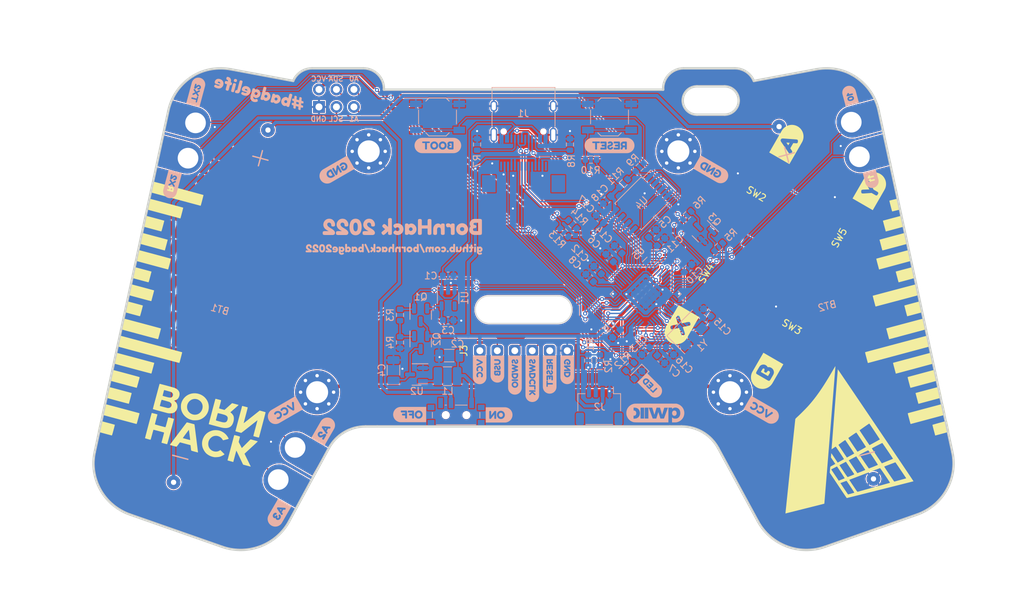
<source format=kicad_pcb>
(kicad_pcb (version 20211014) (generator pcbnew)
  (title_block (title "BornHack 2022 - Game on Badge") (date "2022-06-12") (rev "1.0") (company "BornHack") (comment 1 "CC-BY-SA"))
  (layers (0 "F.Cu" signal) (31 "B.Cu" signal) (34 "B.Paste" user) (35 "F.Paste" user) (36 "B.SilkS" user "B.Silkscreen") (37 "F.SilkS" user "F.Silkscreen") (38 "B.Mask" user) (39 "F.Mask" user) (44 "Edge.Cuts" user))
  (net 0 "")
  (net 1 "/PSU 2xAA/BAT+")
  (net 2 "Net-(BT1-Pad2)")
  (net 3 "GND")
  (net 4 "/RP2040/USB_VBUS")
  (net 5 "Net-(C2-Pad1)")
  (net 6 "/PSU 2xAA/VREG_OUT")
  (net 7 "/PSU 2xAA/BOOST_OUT")
  (net 8 "Net-(J1-PadA5)")
  (net 9 "+1V1")
  (net 10 "Net-(C15-Pad2)")
  (net 11 "Net-(J1-PadB5)")
  (net 12 "Net-(C16-Pad2)")
  (net 13 "VCC")
  (net 14 "/SDA")
  (net 15 "/SCL")
  (net 16 "/RP2040/USB_D+")
  (net 17 "/RP2040/USB_D-")
  (net 18 "/RP2040/SBU1")
  (net 19 "/Display/RESET")
  (net 20 "/RP2040/SBU2")
  (net 21 "Net-(R6-Pad1)")
  (net 22 "/RP2040/~{BOOT}")
  (net 23 "/RP2040/QSPI-~{CS}")
  (net 24 "/RP2040/~{RESET}")
  (net 25 "/Display/D{slash}C")
  (net 26 "/RP2040/QSPI-1")
  (net 27 "/RP2040/QSPI-2")
  (net 28 "/Display/BACKLIGHT")
  (net 29 "/RP2040/QSPI-0")
  (net 30 "/RP2040/QSPI-CLK")
  (net 31 "/RP2040/QSPI-3")
  (net 32 "/RP2040/CTS1{slash}AUD_LRCLK")
  (net 33 "/Buttons/A")
  (net 34 "/RP2040/RTS1{slash}AUD_BCLK")
  (net 35 "/Buttons/B")
  (net 36 "/RP2040/I2C_~{INT}{slash}TX2")
  (net 37 "/Buttons/X")
  (net 38 "/Buttons/Y")
  (net 39 "/RP2040/SPI_~{CS1}{slash}SDIO_DAT3{slash}RX2")
  (net 40 "/RP2040/SDIO_DAT2{slash}AUD_OUT")
  (net 41 "/RP2040/SDIO_DAT1{slash}AUD_IN")
  (net 42 "/RP2040/SPI_CIPO1{slash}SDIO_DAT0")
  (net 43 "/RP2040/SPI_SCK1{slash}SDIO_CLK")
  (net 44 "/RP2040/SPI_COPI1{slash}SDIO_CMD")
  (net 45 "/RP2040/SWDCLK")
  (net 46 "/RP2040/SWDIO")
  (net 47 "/Display/CS")
  (net 48 "/RP2040/SPI_CIPO{slash}G4")
  (net 49 "/Display/SCK")
  (net 50 "/RP2040/PWM1{slash}AUD_MCLK")
  (net 51 "/Display/COPI")
  (net 52 "Net-(D1-Pad2)")
  (net 53 "/A0")
  (net 54 "/A1")
  (net 55 "/RP2040/A2")
  (net 56 "/RP2040/A3")
  (net 58 "/RP2040/D-")
  (net 59 "/RP2040/D+")
  (net 60 "Net-(L1-Pad2)")
  (net 61 "Net-(Q2-Pad1)")
  (net 62 "Net-(Q3-Pad1)")
  (net 63 "Net-(Q3-Pad3)")
  (net 67 "Net-(R12-Pad2)")
  (footprint "Connectors:SMD_Proto_pad" (layer "F.Cu") (at 53.151907 61.595647 -15)
    (fp_text reference "REF**" hide)
    (fp_text value "SMD Proto pad" hide)
  )
  (footprint "Connectors:SMD_Proto_pad" (layer "F.Cu") (at 60.776486 47.861038 -15)
    (fp_text reference "REF**" hide)
    (fp_text value "SMD Proto pad" hide)
  )
  (footprint "MountingHole:MountingHole_3.2mm_M3_Pad_Via" (layer "F.Cu") (at 64.144863 80)
    (fp_text reference "REF**" hide)
    (fp_text value "MountingHole_3.2mm_M3_Pad_Via" hide)
  )
  (footprint "Connectors:SMD_Proto_pad" (layer "F.Cu") (at 48.333078 55.045243 -15)
    (fp_text reference "REF**" hide)
    (fp_text value "SMD Proto pad" hide)
  )
  (footprint "Connectors:SMD_Proto_pad" (layer "F.Cu") (at 73.524996 59.165795 -15)
    (fp_text reference "REF**" hide)
    (fp_text value "SMD Proto pad" hide)
  )
  (footprint "Connectors:SMD_Proto_pad" (layer "F.Cu") (at 50.610381 66.17385 -15)
    (fp_text reference "REF**" hide)
    (fp_text value "SMD Proto pad" hide)
  )
  (footprint "Connectors:SMD_Proto_pad" (layer "F.Cu") (at 39.481773 68.451152 -15)
    (fp_text reference "REF**" hide)
    (fp_text value "SMD Proto pad" hide)
  )
  (footprint "Connectors:SMD_Proto_pad" (layer "F.Cu") (at 69.099342 65.868749 -15)
    (fp_text reference "REF**" hide)
    (fp_text value "SMD Proto pad" hide)
  )
  (footprint "Connectors:SMD_Proto_pad" (layer "F.Cu") (at 59.854861 66.0213 -15)
    (fp_text reference "REF**" hide)
    (fp_text value "SMD Proto pad" hide)
  )
  (footprint "Connectors:SMD_Proto_pad" (layer "F.Cu") (at 48.63818 73.534204 -15)
    (fp_text reference "REF**" hide)
    (fp_text value "SMD Proto pad" hide)
  )
  (footprint "Connectors:SMD_Proto_pad" (layer "F.Cu") (at 57.970735 68.14605 -15)
    (fp_text reference "REF**" hide)
    (fp_text value "SMD Proto pad" hide)
  )
  (footprint "Connectors:SMD_Proto_pad" (layer "F.Cu") (at 52.758731 48.342288 -15)
    (fp_text reference "REF**" hide)
    (fp_text value "SMD Proto pad" hide)
  )
  (footprint "Connectors:SMD_Proto_pad" (layer "F.Cu") (at 57.008234 52.110541 -15)
    (fp_text reference "REF**" hide)
    (fp_text value "SMD Proto pad" hide)
  )
  (footprint "MountingHole:MountingHole_3.2mm_M3_Pad_Via" (layer "F.Cu") (at 71.644863 45)
    (fp_text reference "REF**" hide)
    (fp_text value "MountingHole_3.2mm_M3_Pad_Via" hide)
  )
  (footprint "Connectors:PTH_Edge_Proto_Connector" (layer "F.Cu") (at 46.474863 40.86 165)
    (fp_text reference "TP1" hide)
    (fp_text value "GPIO8" hide)
  )
  (footprint "Connectors:SMD_Proto_pad" (layer "F.Cu") (at 46.930202 65.187749 -15)
    (fp_text reference "REF**" hide)
    (fp_text value "SMD Proto pad" hide)
  )
  (footprint "Connectors:SMD_Proto_pad" (layer "F.Cu") (at 59.197461 68.47475 -15)
    (fp_text reference "REF**" hide)
    (fp_text value "SMD Proto pad" hide)
  )
  (footprint "Connectors:SMD_Proto_pad" (layer "F.Cu") (at 51.925182 61.266946 -15)
    (fp_text reference "REF**" hide)
    (fp_text value "SMD Proto pad" hide)
  )
  (footprint "Connectors:SMD_Proto_pad" (layer "F.Cu") (at 55.124109 54.235291 -15)
    (fp_text reference "REF**" hide)
    (fp_text value "SMD Proto pad" hide)
  )
  (footprint "Connectors:SMD_Proto_pad" (layer "F.Cu") (at 49.95298 68.627301 -15)
    (fp_text reference "REF**" hide)
    (fp_text value "SMD Proto pad" hide)
  )
  (footprint "Connectors:SMD_Proto_pad" (layer "F.Cu") (at 71.640869 61.290545 -15)
    (fp_text reference "REF**" hide)
    (fp_text value "SMD Proto pad" hide)
  )
  (footprint "Connectors:SMD_Proto_pad" (layer "F.Cu") (at 55.429208 72.724254 -15)
    (fp_text reference "REF**" hide)
    (fp_text value "SMD Proto pad" hide)
  )
  (footprint "Connectors:SMD_Proto_pad" (layer "F.Cu") (at 48.81433 63.062998 -15)
    (fp_text reference "REF**" hide)
    (fp_text value "SMD Proto pad" hide)
  )
  (footprint "Connectors:SMD_Proto_pad" (layer "F.Cu") (at 51.660957 76.973756 -15)
    (fp_text reference "REF**" hide)
    (fp_text value "SMD Proto pad" hide)
  )
  (footprint "Connectors:SMD_Proto_pad" (layer "F.Cu") (at 57.489485 60.128296 -15)
    (fp_text reference "REF**" hide)
    (fp_text value "SMD Proto pad" hide)
  )
  (footprint "Connectors:SMD_Proto_pad" (layer "F.Cu") (at 46.448953 57.169994 -15)
    (fp_text reference "REF**" hide)
    (fp_text value "SMD Proto pad" hide)
  )
  (footprint "Connectors:SMD_Proto_pad" (layer "F.Cu") (at 55.869584 46.546237 -15)
    (fp_text reference "REF**" hide)
    (fp_text value "SMD Proto pad" hide)
  )
  (footprint "Connectors:SMD_Proto_pad" (layer "F.Cu") (at 52.013256 56.031342 -15)
    (fp_text reference "REF**" hide)
    (fp_text value "SMD Proto pad" hide)
  )
  (footprint "Connectors:SMD_Proto_pad" (layer "F.Cu") (at 58.540061 70.928203 -15)
    (fp_text reference "REF**" hide)
    (fp_text value "SMD Proto pad" hide)
  )
  (footprint "Connectors:SMD_Proto_pad" (layer "F.Cu") (at 54.114407 77.631157 -15)
    (fp_text reference "REF**" hide)
    (fp_text value "SMD Proto pad" hide)
  )
  (footprint "Connectors:SMD_Proto_pad" (layer "F.Cu") (at 50.698455 60.938247 -15)
    (fp_text reference "REF**" hide)
    (fp_text value "SMD Proto pad" hide)
  )
  (footprint "Connectors:SMD_Proto_pad" (layer "F.Cu") (at 55.036033 59.470895 -15)
    (fp_text reference "REF**" hide)
    (fp_text value "SMD Proto pad" hide)
  )
  (footprint "Connectors:SMD_Proto_pad" (layer "F.Cu") (at 67.47944 52.286691 -15)
    (fp_text reference "REF**" hide)
    (fp_text value "SMD Proto pad" hide)
  )
  (footprint "Connectors:SMD_Proto_pad" (layer "F.Cu") (at 68.048766 55.068842 -15)
    (fp_text reference "REF**" hide)
    (fp_text value "SMD Proto pad" hide)
  )
  (footprint "Connectors:SMD_Proto_pad" (layer "F.Cu") (at 57.665635 49.657089 -15)
    (fp_text reference "REF**" hide)
    (fp_text value "SMD Proto pad" hide)
  )
  (footprint "Connectors:SMD_Proto_pad" (layer "F.Cu") (at 56.92016 57.346144 -15)
    (fp_text reference "REF**" hide)
    (fp_text value "SMD Proto pad" hide)
  )
  (footprint "Connectors:SMD_Proto_pad" (layer "F.Cu") (at 54.554782 51.45314 -15)
    (fp_text reference "REF**" hide)
    (fp_text value "SMD Proto pad" hide)
  )
  (footprint "Connectors:SMD_Proto_pad" (layer "F.Cu") (at 64.67369 72.571704 -15)
    (fp_text reference "REF**" hide)
    (fp_text value "SMD Proto pad" hide)
  )
  (footprint "Connectors:SMD_Proto_pad" (layer "F.Cu") (at 56.174684 65.035198 -15)
    (fp_text reference "REF**" hide)
    (fp_text value "SMD Proto pad" hide)
  )
  (footprint "Connectors:SMD_Proto_pad" (layer "F.Cu") (at 55.517283 67.488651 -15)
    (fp_text reference "REF**" hide)
    (fp_text value "SMD Proto pad" hide)
  )
  (footprint "kibuzzard-629F9DE1" (layer "F.Cu") (at 132.655 43.689864 60)
    (fp_text reference "kibuzzard-629F9DE1" hide)
    (fp_text value "G***" hide)
  )
  (footprint "Connectors:SMD_Proto_pad" (layer "F.Cu") (at 49.471729 60.609546 -15)
    (fp_text reference "REF**" hide)
    (fp_text value "SMD Proto pad" hide)
  )
  (footprint "Connectors:SMD_Proto_pad" (layer "F.Cu") (at 50.217204 52.920491 -15)
    (fp_text reference "REF**" hide)
    (fp_text value "SMD Proto pad" hide)
  )
  (footprint "Connectors:SMD_Proto_pad" (layer "F.Cu") (at 59.109386 73.710355 -15)
    (fp_text reference "REF**" hide)
    (fp_text value "SMD Proto pad" hide)
  )
  (footprint "Connectors:SMD_Proto_pad" (layer "F.Cu") (at 53.545082 74.849005 -15)
    (fp_text reference "REF**" hide)
    (fp_text value "SMD Proto pad" hide)
  )
  (footprint "Connectors:SMD_Proto_pad" (layer "F.Cu") (at 46.272803 67.641201 -15)
    (fp_text reference "REF**" hide)
    (fp_text value "SMD Proto pad" hide)
  )
  (footprint "Connectors:SMD_Proto_pad" (layer "F.Cu") (at 67.872616 65.540049 -15)
    (fp_text reference "REF**" hide)
    (fp_text value "SMD Proto pad" hide)
  )
  (footprint "LCD:1.77inch_128x160_ST7735S_SPI" (layer "F.Cu") (at 94.144863 58)
    (fp_text reference "U3" hide)
    (fp_text value "ST7735S-SPI-14pin")
    (fp_line (start -5 12) (end 5 12) (layer "Edge.Cuts") (width 0.12))
    (fp_line (start -5 8) (end 5 8) (layer "Edge.Cuts") (width 0.12))
    (fp_arc (start 5 8) (mid 7 10) (end 5 12) (layer "Edge.Cuts") (width 0.12))
    (fp_arc (start -5 12) (mid -7 10) (end -5 8) (layer "Edge.Cuts") (width 0.12))
  )
  (footprint "Connectors:SMD_Proto_pad" (layer "F.Cu") (at 56.262758 59.799596 -15)
    (fp_text reference "REF**" hide)
    (fp_text value "SMD Proto pad" hide)
  )
  (footprint "Connectors:SMD_Proto_pad" (layer "F.Cu") (at 60.993512 71.585603 -15)
    (fp_text reference "REF**" hide)
    (fp_text value "SMD Proto pad" hide)
  )
  (footprint "badgelife_sao_v169bis:Badgelife-SAOv169-BADGE-2x3" (layer "F.Cu") (at 66.894863 37.25)
    (fp_text reference "X1" hide)
    (fp_text value "#badgelife" hide)
  )
  (footprint "Connectors:SMD_Proto_pad" (layer "F.Cu") (at 65.025989 51.62929 -15)
    (fp_text reference "REF**" hide)
    (fp_text value "SMD Proto pad" hide)
  )
  (footprint "Connectors:SMD_Proto_pad" (layer "F.Cu") (at 65.419165 64.882649 -15)
    (fp_text reference "REF**" hide)
    (fp_text value "SMD Proto pad" hide)
  )
  (footprint "Connectors:SMD_Proto_pad" (layer "F.Cu") (at 48.99048 52.591791 -15)
    (fp_text reference "REF**" hide)
    (fp_text value "SMD Proto pad" hide)
  )
  (footprint "Connectors:SMD_Proto_pad" (layer "F.Cu") (at 66.645891 65.211349 -15)
    (fp_text reference "REF**" hide)
    (fp_text value "SMD Proto pad" hide)
  )
  (footprint "Connectors:SMD_Proto_pad" (layer "F.Cu") (at 47.411453 73.205505 -15)
    (fp_text reference "REF**" hide)
    (fp_text value "SMD Proto pad" hide)
  )
  (footprint "Connectors:SMD_Proto_pad" (layer "F.Cu") (at 48.156928 65.51645 -15)
    (fp_text reference "REF**" hide)
    (fp_text value "SMD Proto pad" hide)
  )
  (footprint "Connectors:SMD_Proto_pad" (layer "F.Cu") (at 55.605358 62.253047 -15)
    (fp_text reference "REF**" hide)
    (fp_text value "SMD Proto pad" hide)
  )
  (footprint "Connectors:SMD_Proto_pad" (layer "F.Cu") (at 63.229938 48.518438 -15)
    (fp_text reference "REF**" hide)
    (fp_text value "SMD Proto pad" hide)
  )
  (footprint "Connectors:SMD_Proto_pad" (layer "F.Cu") (at 46.360877 62.405598 -15)
    (fp_text reference "REF**" hide)
    (fp_text value "SMD Proto pad" hide)
  )
  (footprint "kibuzzard-629F9E81" (layer "F.Cu") (at 116.844863 70.5 60)
    (fp_text reference "kibuzzard-629F9E81" hide)
    (fp_text value "G***" hide)
  )
  (footprint "Connectors:SMD_Proto_pad" (layer "F.Cu") (at 61.257738 55.878793 -15)
    (fp_text reference "REF**" hide)
    (fp_text value "SMD Proto pad" hide)
  )
  (footprint "Connectors:SMD_Proto_pad" (layer "F.Cu") (at 53.985457 48.670989 -15)
    (fp_text reference "REF**" hide)
    (fp_text value "SMD Proto pad" hide)
  )
  (footprint "Connectors:SMD_Proto_pad" (layer "F.Cu") (at 58.146885 57.674843 -15)
    (fp_text reference "REF**" hide)
    (fp_text value "SMD Proto pad" hide)
  )
  (footprint "Connectors:SMD_Proto_pad" (layer "F.Cu") (at 42.023299 63.872949 -15)
    (fp_text reference "REF**" hide)
    (fp_text value "SMD Proto pad" hide)
  )
  (footprint "Connectors:SMD_Proto_pad" (layer "F.Cu") (at 64.937914 56.864894 -15)
    (fp_text reference "REF**" hide)
    (fp_text value "SMD Proto pad" hide)
  )
  (footprint "Connectors:SMD_Proto_pad" (layer "F.Cu") (at 52.887682 77.302456 -15)
    (fp_text reference "REF**" hide)
    (fp_text value "SMD Proto pad" hide)
  )
  (footprint "Connectors:SMD_Proto_pad" (layer "F.Cu") (at 55.341133 77.959857 -15)
    (fp_text reference "REF**" hide)
    (fp_text value "SMD Proto pad" hide)
  )
  (footprint "Connectors:PTH_Edge_Proto_Connector" (layer "F.Cu") (at 60.950259 88.0335 -30)
    (fp_text reference "TP5" hide)
    (fp_text value "GPIO28" hide)
  )
  (footprint "Connectors:SMD_Proto_pad" (layer "F.Cu") (at 48.902404 57.827394 -15)
    (fp_text reference "REF**" hide)
    (fp_text value "SMD Proto pad" hide)
  )
  (footprint "Connectors:SMD_Proto_pad" (layer "F.Cu") (at 65.50724 59.647044 -15)
    (fp_text reference "REF**" hide)
    (fp_text value "SMD Proto pad" hide)
  )
  (footprint "Connectors:SMD_Proto_pad" (layer "F.Cu") (at 55.781508 51.78184 -15)
    (fp_text reference "REF**" hide)
    (fp_text value "SMD Proto pad" hide)
  )
  (footprint "Connectors:SMD_Proto_pad" (layer "F.Cu") (at 50.129129 58.156095 -15)
    (fp_text reference "REF**" hide)
    (fp_text value "SMD Proto pad" hide)
  )
  (footprint "Connectors:SMD_Proto_pad" (layer "F.Cu") (at 58.323035 47.203637 -15)
    (fp_text reference "REF**" hide)
    (fp_text value "SMD Proto pad" hide)
  )
  (footprint "Connectors:SMD_Proto_pad" (layer "F.Cu") (at 57.096309 46.874937 -15)
    (fp_text reference "REF**" hide)
    (fp_text value "SMD Proto pad" hide)
  )
  (footprint "Connectors:SMD_Proto_pad" (layer "F.Cu") (at 57.401409 65.363899 -15)
    (fp_text reference "REF**" hide)
    (fp_text value "SMD Proto pad" hide)
  )
  (footprint "Connectors:SMD_Proto_pad" (layer "F.Cu") (at 52.101332 50.795739 -15)
    (fp_text reference "REF**" hide)
    (fp_text value "SMD Proto pad" hide)
  )
  (footprint "Connectors:SMD_Proto_pad" (layer "F.Cu") (at 48.068854 70.752053 -15)
    (fp_text reference "REF**" hide)
    (fp_text value "SMD Proto pad" hide)
  )
  (footprint "Buttons:12x12x7.3mm_Tactile_Switch" (layer "F.Cu") (at 128.215931 50.752551 -30)
    (fp_text reference "SW2")
    (fp_text value "A")
  )
  (footprint "Connectors:SMD_Proto_pad" (layer "F.Cu") (at 44.958001 72.548104 -15)
    (fp_text reference "REF**" hide)
    (fp_text value "SMD Proto pad" hide)
  )
  (footprint "Connectors:SMD_Proto_pad" (layer "F.Cu") (at 50.041055 63.391697 -15)
    (fp_text reference "REF**" hide)
    (fp_text value "SMD Proto pad" hide)
  )
  (footprint "Connectors:SMD_Proto_pad" (layer "F.Cu") (at 48.245004 60.280846 -15)
    (fp_text reference "REF**" hide)
    (fp_text value "SMD Proto pad" hide)
  )
  (footprint "Connectors:SMD_Proto_pad" (layer "F.Cu") (at 66.733965 59.975746 -15)
    (fp_text reference "REF**" hide)
    (fp_text value "SMD Proto pad" hide)
  )
  (footprint "Connectors:SMD_Proto_pad" (layer "F.Cu") (at 72.386344 53.601491 -15)
    (fp_text reference "REF**" hide)
    (fp_text value "SMD Proto pad" hide)
  )
  (footprint "Connectors:SMD_Proto_pad" (layer "F.Cu") (at 61.738987 63.896548 -15)
    (fp_text reference "REF**" hide)
    (fp_text value "SMD Proto pad" hide)
  )
  (footprint "Connectors:SMD_Proto_pad" (layer "F.Cu") (at 43.907425 61.748197 -15)
    (fp_text reference "REF**" hide)
    (fp_text value "SMD Proto pad" hide)
  )
  (footprint "Connectors:SMD_Proto_pad" (layer "F.Cu") (at 59.461686 52.767941 -15)
    (fp_text reference "REF**" hide)
    (fp_text value "SMD Proto pad" hide)
  )
  (footprint "Connectors:SMD_Proto_pad" (layer "F.Cu") (at 68.530018 63.086597 -15)
    (fp_text reference "REF**" hide)
    (fp_text value "SMD Proto pad" hide)
  )
  (footprint "Connectors:SMD_Proto_pad" (layer "F.Cu") (at 44.564826 59.294746 -15)
    (fp_text reference "REF**" hide)
    (fp_text value "SMD Proto pad" hide)
  )
  (footprint "Connectors:SMD_Proto_pad" (layer "F.Cu") (at 60.512262 63.567848 -15)
    (fp_text reference "REF**" hide)
    (fp_text value "SMD Proto pad" hide)
  )
  (footprint "Connectors:SMD_Proto_pad" (layer "F.Cu") (at 45.615402 70.094652 -15)
    (fp_text reference "REF**" hide)
    (fp_text value "SMD Proto pad" hide)
  )
  (footprint "Connectors:SMD_Proto_pad" (layer "F.Cu") (at 70.414143 60.961846 -15)
    (fp_text reference "REF**" hide)
    (fp_text value "SMD Proto pad" hide)
  )
  (footprint "Connectors:SMD_Proto_pad" (layer "F.Cu") (at 64.761764 67.3361 -15)
    (fp_text reference "REF**" hide)
    (fp_text value "SMD Proto pad" hide)
  )
  (footprint "Connectors:SMD_Proto_pad" (layer "F.Cu") (at 58.804285 55.221393 -15)
    (fp_text reference "REF**" hide)
    (fp_text value "SMD Proto pad" hide)
  )
  (footprint "Connectors:SMD_Proto_pad" (layer "F.Cu") (at 56.438909 49.328389 -15)
    (fp_text reference "REF**" hide)
    (fp_text value "SMD Proto pad" hide)
  )
  (footprint "Connectors:SMD_Proto_pad" (layer "F.Cu") (at 48.421153 49.809639 -15)
    (fp_text reference "REF**" hide)
    (fp_text value "SMD Proto pad" hide)
  )
  (footprint "Connectors:SMD_Proto_pad" (layer "F.Cu") (at 63.141863 53.754042 -15)
    (fp_text reference "REF**" hide)
    (fp_text value "SMD Proto pad" hide)
  )
  (footprint "Connectors:SMD_Proto_pad" (layer "F.Cu") (at 62.484463 56.207492 -15)
    (fp_text reference "REF**" hide)
    (fp_text value "SMD Proto pad" hide)
  )
  (footprint "Connectors:SMD_Proto_pad" (layer "F.Cu") (at 52.582582 58.813495 -15)
    (fp_text reference "REF**" hide)
    (fp_text value "SMD Proto pad" hide)
  )
  (footprint "Connectors:SMD_Proto_pad" (layer "F.Cu") (at 70.502218 55.726243 -15)
    (fp_text reference "REF**" hide)
    (fp_text value "SMD Proto pad" hide)
  )
  (footprint "Connectors:SMD_Proto_pad" (layer "F.Cu") (at 53.328057 51.12444 -15)
    (fp_text reference "REF**" hide)
    (fp_text value "SMD Proto pad" hide)
  )
  (footprint "Connectors:SMD_Proto_pad" (layer "F.Cu") (at 59.766786 71.256903 -15)
    (fp_text reference "REF**" hide)
    (fp_text value "SMD Proto pad" hide)
  )
  (footprint "Connectors:SMD_Proto_pad" (layer "F.Cu") (at 47.587603 62.734298 -15)
    (fp_text reference "REF**" hide)
    (fp_text value "SMD Proto pad" hide)
  )
  (footprint "Connectors:SMD_Proto_pad" (layer "F.Cu") (at 69.844817 58.179694 -15)
    (fp_text reference "REF**" hide)
    (fp_text value "SMD Proto pad" hide)
  )
  (footprint "Connectors:SMD_Proto_pad" (layer "F.Cu") (at 44.388676 69.765952 -15)
    (fp_text reference "REF**" hide)
    (fp_text value "SMD Proto pad" hide)
  )
  (footprint "Connectors:SMD_Proto_pad" (layer "F.Cu") (at 56.832084 62.581747 -15)
    (fp_text reference "REF**" hide)
    (fp_text value "SMD Proto pad" hide)
  )
  (footprint "Connectors:SMD_Proto_pad" (layer "F.Cu") (at 43.9955 56.512594 -15)
    (fp_text reference "REF**" hide)
    (fp_text value "SMD Proto pad" hide)
  )
  (footprint "Connectors:SMD_Proto_pad" (layer "F.Cu") (at 69.932893 52.944091 -15)
    (fp_text reference "REF**" hide)
    (fp_text value "SMD Proto pad" hide)
  )
  (footprint "Connectors:SMD_Proto_pad" (layer "F.Cu") (at 58.716211 60.456996 -15)
    (fp_text reference "REF**" hide)
    (fp_text value "SMD Proto pad" hide)
  )
  (footprint "Connectors:SMD_Proto_pad" (layer "F.Cu") (at 47.018278 59.952146 -15)
    (fp_text reference "REF**" hide)
    (fp_text value "SMD Proto pad" hide)
  )
  (footprint "Connectors:SMD_Proto_pad" (layer "F.Cu") (at 71.071543 58.508395 -15)
    (fp_text reference "REF**" hide)
    (fp_text value "SMD Proto pad" hide)
  )
  (footprint "Connectors:SMD_Proto_pad" (layer "F.Cu") (at 42.504551 71.890704 -15)
    (fp_text reference "REF**" hide)
    (fp_text value "SMD Proto pad" hide)
  )
  (footprint "Connectors:SMD_Proto_pad" (layer "F.Cu") (at 57.88266 73.381654 -15)
    (fp_text reference "REF**" hide)
    (fp_text value "SMD Proto pad" hide)
  )
  (footprint "Connectors:SMD_Proto_pad" (layer "F.Cu") (at 66.82204 54.740142 -15)
    (fp_text reference "REF**" hide)
    (fp_text value "SMD Proto pad" hide)
  )
  (footprint "Connectors:SMD_Proto_pad" (layer "F.Cu") (at 43.250025 64.201649 -15)
    (fp_text reference "REF**" hide)
    (fp_text value "SMD Proto pad" hide)
  )
  (footprint "Connectors:SMD_Proto_pad" (layer "F.Cu") (at 49.078554 47.356187 -15)
    (fp_text reference "REF**" hide)
    (fp_text value "SMD Proto pad" hide)
  )
  (footprint "Connectors:SMD_Proto_pad" (layer "F.Cu") (at 50.874605 50.46704 -15)
    (fp_text reference "REF**" hide)
    (fp_text value "SMD Proto pad" hide)
  )
  (footprint "Connectors:SMD_Proto_pad" (layer "F.Cu") (at 53.416131 45.888837 -15)
    (fp_text reference "REF**" hide)
    (fp_text value "SMD Proto pad" hide)
  )
  (footprint "Connectors:SMD_Proto_pad" (layer "F.Cu") (at 45.791553 59.623445 -15)
    (fp_text reference "REF**" hide)
    (fp_text value "SMD Proto pad" hide)
  )
  (footprint "Connectors:SMD_Proto_pad" (layer "F.Cu") (at 53.239981 56.360044 -15)
    (fp_text reference "REF**" hide)
    (fp_text value "SMD Proto pad" hide)
  )
  (footprint "Connectors:SMD_Proto_pad" (layer "F.Cu") (at 65.33109 70.118251 -15)
    (fp_text reference "REF**" hide)
    (fp_text value "SMD Proto pad" hide)
  )
  (footprint "Connectors:SMD_Proto_pad" (layer "F.Cu") (at 53.721232 64.377799 -15)
    (fp_text reference "REF**" hide)
    (fp_text value "SMD Proto pad" hide)
  )
  (footprint "Connectors:SMD_Proto_pad" (layer "F.Cu") (at 63.535038 67.0074 -15)
    (fp_text reference "REF**" hide)
    (fp_text value "SMD Proto pad" hide)
  )
  (footprint "Connectors:SMD_Proto_pad" (layer "F.Cu") (at 62.308313 66.678699 -15)
    (fp_text reference "REF**" hide)
    (fp_text value "SMD Proto pad" hide)
  )
  (footprint "Connectors:SMD_Proto_pad" (layer "F.Cu") (at 72.29827 58.837095 -15)
    (fp_text reference "REF**" hide)
    (fp_text value "SMD Proto pad" hide)
  )
  (footprint "Connectors:SMD_Proto_pad" (layer "F.Cu") (at 47.499528 67.969901 -15)
    (fp_text reference "REF**" hide)
    (fp_text value "SMD Proto pad" hide)
  )
  (footprint "Connectors:SMD_Proto_pad" (layer "F.Cu") (at 58.89236 49.985789 -15)
    (fp_text reference "REF**" hide)
    (fp_text value "SMD Proto pad" hide)
  )
  (footprint "Connectors:SMD_Proto_pad" (layer "F.Cu") (at 42.768775 56.183893 -15)
    (fp_text reference "REF**" hide)
    (fp_text value "SMD Proto pad" hide)
  )
  (footprint "Connectors:SMD_Proto_pad" (layer "F.Cu") (at 56.567859 78.288558 -15)
    (fp_text reference "REF**" hide)
    (fp_text value "SMD Proto pad" hide)
  )
  (footprint "Connectors:SMD_Proto_pad" (layer "F.Cu") (at 57.577559 54.892692 -15)
    (fp_text reference "REF**" hide)
    (fp_text value "SMD Proto pad" hide)
  )
  (footprint "Connectors:PTH_Edge_Proto_Connector" (layer "F.Cu") (at 58.494863 92.7 -30)
    (fp_text reference "TP6" hide)
    (fp_text value "GPIO29" hide)
  )
  (footprint "Connectors:SMD_Proto_pad" (layer "F.Cu") (at 46.842128 70.423353 -15)
    (fp_text reference "REF**" hide)
    (fp_text value "SMD Proto pad" hide)
  )
  (footprint "Connectors:SMD_Proto_pad" (layer "F.Cu") (at 56.74401 67.817351 -15)
    (fp_text reference "REF**" hide)
    (fp_text value "SMD Proto pad" hide)
  )
  (footprint "Connectors:SMD_Proto_pad" (layer "F.Cu") (at 51.749031 71.738153 -15)
    (fp_text reference "REF**" hide)
    (fp_text value "SMD Proto pad" hide)
  )
  (footprint "Connectors:SMD_Proto_pad" (layer "F.Cu") (at 43.3381 58.966045 -15)
    (fp_text reference "REF**" hide)
    (fp_text value "SMD Proto pad" hide)
  )
  (footprint "Connectors:SMD_Proto_pad" (layer "F.Cu") (at 56.350834 54.563991 -15)
    (fp_text reference "REF**" hide)
    (fp_text value "SMD Proto pad" hide)
  )
  (footprint "Connectors:SMD_Proto_pad" (layer "F.Cu") (at 60.031011 55.550093 -15)
    (fp_text reference "REF**" hide)
    (fp_text value "SMD Proto pad" hide)
  )
  (footprint "Connectors:SMD_Proto_pad" (layer "F.Cu") (at 51.44393 53.249192 -15)
    (fp_text reference "REF**" hide)
    (fp_text value "SMD Proto pad" hide)
  )
  (footprint "Connectors:SMD_Proto_pad" (layer "F.Cu") (at 59.54976 47.532338 -15)
    (fp_text reference "REF**" hide)
    (fp_text value "SMD Proto pad" hide)
  )
  (footprint "Connectors:SMD_Proto_pad" (layer "F.Cu") (at 60.600336 58.332245 -15)
    (fp_text reference "REF**" hide)
    (fp_text value "SMD Proto pad" hide)
  )
  (footprint "Connectors:SMD_Proto_pad" (layer "F.Cu") (at 66.076565 62.429197 -15)
    (fp_text reference "REF**" hide)
    (fp_text value "SMD Proto pad" hide)
  )
  (footprint "Connectors:SMD_Proto_pad" (layer "F.Cu") (at 66.557815 70.446952 -15)
    (fp_text reference "REF**" hide)
    (fp_text value "SMD Proto pad" hide)
  )
  (footprint "Connectors:SMD_Proto_pad" (layer "F.Cu") (at 67.215217 67.993501 -15)
    (fp_text reference "REF**" hide)
    (fp_text value "SMD Proto pad" hide)
  )
  (footprint "Connectors:SMD_Proto_pad" (layer "F.Cu") (at 64.368589 54.082742 -15)
    (fp_text reference "REF**" hide)
    (fp_text value "SMD Proto pad" hide)
  )
  (footprint "Connectors:SMD_Proto_pad" (layer "F.Cu") (at 50.786531 55.702643 -15)
    (fp_text reference "REF**" hide)
    (fp_text value "SMD Proto pad" hide)
  )
  (footprint "Connectors:SMD_Proto_pad" (layer "F.Cu") (at 61.345812 50.643189 -15)
    (fp_text reference "REF**" hide)
    (fp_text value "SMD Proto pad" hide)
  )
  (footprint "Connectors:SMD_Proto_pad" (layer "F.Cu") (at 54.466707 56.688744 -15)
    (fp_text reference "REF**" hide)
    (fp_text value "SMD Proto pad" hide)
  )
  (footprint "Connectors:SMD_Proto_pad" (layer "F.Cu") (at 50.30528 47.684888 -15)
    (fp_text reference "REF**" hide)
    (fp_text value "SMD Proto pad" hide)
  )
  (footprint "LOGO" (layer "F.Cu") (at 94.164863 73.5)
    (fp_text reference "G***" hide)
    (fp_text value "LOGO" hide)
  )
  (footprint "Connectors:SMD_Proto_pad" (layer "F.Cu") (at 61.169662 61.114396 -15)
    (fp_text reference "REF**" hide)
    (fp_text value "SMD Proto pad" hide)
  )
  (footprint "Connectors:SMD_Proto_pad" (layer "F.Cu") (at 62.572538 50.97189 -15)
    (fp_text reference "REF**" hide)
    (fp_text value "SMD Proto pad" hide)
  )
  (footprint "Connectors:SMD_Proto_pad" (layer "F.Cu") (at 52.670656 53.577892 -15)
    (fp_text reference "REF**" hide)
    (fp_text value "SMD Proto pad" hide)
  )
  (footprint "Connectors:SMD_Proto_pad" (layer "F.Cu") (at 45.046076 67.312501 -15)
    (fp_text reference "REF**" hide)
    (fp_text value "SMD Proto pad" hide)
  )
  (footprint "Connectors:SMD_Proto_pad" (layer "F.Cu") (at 48.726254 68.2986 -15)
    (fp_text reference "REF**" hide)
    (fp_text value "SMD Proto pad" hide)
  )
  (footprint "Connectors:PTH_Edge_Proto_Connector" (layer "F.Cu") (at 45.384863 45.99 165)
    (fp_text reference "TP2" hide)
    (fp_text value "GPIO9" hide)
  )
  (footprint "Connectors:SMD_Proto_pad" (layer "F.Cu") (at 47.106352 54.716543 -15)
    (fp_text reference "REF**" hide)
    (fp_text value "SMD Proto pad" hide)
  )
  (footprint "Connectors:SMD_Proto_pad" (layer "F.Cu") (at 72.955669 56.383643 -15)
    (fp_text reference "REF**" hide)
    (fp_text value "SMD Proto pad" hide)
  )
  (footprint "Connectors:SMD_Proto_pad" (layer "F.Cu") (at 49.295579 71.080753 -15)
    (fp_text reference "REF**" hide)
    (fp_text value "SMD Proto pad" hide)
  )
  (footprint "Connectors:SMD_Proto_pad" (layer "F.Cu") (at 42.592625 66.655099 -15)
    (fp_text reference "REF**" hide)
    (fp_text value "SMD Proto pad" hide)
  )
  (footprint "Connectors:SMD_Proto_pad" (layer "F.Cu") (at 68.706167 52.615391 -15)
    (fp_text reference "REF**" hide)
    (fp_text value "SMD Proto pad" hide)
  )
  (footprint "Connectors:SMD_Proto_pad" (layer "F.Cu") (at 53.809307 59.142195 -15)
    (fp_text reference "REF**" hide)
    (fp_text value "SMD Proto pad" hide)
  )
  (footprint "Connectors:SMD_Proto_pad" (layer "F.Cu") (at 69.275492 55.397543 -15)
    (fp_text reference "REF**" hide)
    (fp_text value "SMD Proto pad" hide)
  )
  (footprint "Connectors:SMD_Proto_pad" (layer "F.Cu") (at 55.212183 48.999688 -15)
    (fp_text reference "REF**" hide)
    (fp_text value "SMD Proto pad" hide)
  )
  (footprint "Connectors:SMD_Proto_pad" (layer "F.Cu") (at 64.456663 48.847138 -15)
    (fp_text reference "REF**" hide)
    (fp_text value "SMD Proto pad" hide)
  )
  (footprint "Connectors:SMD_Proto_pad" (layer "F.Cu") (at 71.728944 56.054943 -15)
    (fp_text reference "REF**" hide)
    (fp_text value "SMD Proto pad" hide)
  )
  (footprint "Connectors:SMD_Proto_pad" (layer "F.Cu") (at 66.252715 51.95799 -15)
    (fp_text reference "REF**" hide)
    (fp_text value "SMD Proto pad" hide)
  )
  (footprint "Connectors:SMD_Proto_pad" (layer "F.Cu") (at 43.16195 69.437252 -15)
    (fp_text reference "REF**" hide)
    (fp_text value "SMD Proto pad" hide)
  )
  (footprint "Connectors:SMD_Proto_pad" (layer "F.Cu") (at 50.522305 71.409453 -15)
    (fp_text reference "REF**" hide)
    (fp_text value "SMD Proto pad" hide)
  )
  (footprint "Connectors:SMD_Proto_pad" (layer "F.Cu") (at 51.26778 63.720398 -15)
    (fp_text reference "REF**" hide)
    (fp_text value "SMD Proto pad" hide)
  )
  (footprint "Connectors:SMD_Proto_pad" (layer "F.Cu") (at 46.184727 72.876804 -15)
    (fp_text reference "REF**" hide)
    (fp_text value "SMD Proto pad" hide)
  )
  (footprint "Connectors:SMD_Proto_pad" (layer "F.Cu") (at 45.222227 56.841294 -15)
    (fp_text reference "REF**" hide)
    (fp_text value "SMD Proto pad" hide)
  )
  (footprint "Connectors:SMD_Proto_pad" (layer "F.Cu") (at 54.771809 75.177705 -15)
    (fp_text reference "REF**" hide)
    (fp_text value "SMD Proto pad" hide)
  )
  (footprint "Connectors:SMD_Proto_pad" (layer "F.Cu") (at 58.628135 65.692599 -15)
    (fp_text reference "REF**" hide)
    (fp_text value "SMD Proto pad" hide)
  )
  (footprint "Connectors:SMD_Proto_pad" (layer "F.Cu") (at 54.859883 69.942101 -15)
    (fp_text reference "REF**" hide)
    (fp_text value "SMD Proto pad" hide)
  )
  (footprint "Connectors:SMD_Proto_pad" (layer "F.Cu") (at 53.897382 53.906592 -15)
    (fp_text reference "REF**" hide)
    (fp_text value "SMD Proto pad" hide)
  )
  (footprint "MountingHole:MountingHole_3.2mm_M3_Pad_Via" (layer "F.Cu") (at 116.644863 45)
    (fp_text reference "REF**" hide)
    (fp_text value "MountingHole_3.2mm_M3_Pad_Via" hide)
  )
  (footprint "Connectors:SMD_Proto_pad" (layer "F.Cu") (at 49.207504 76.316356 -15)
    (fp_text reference "REF**" hide)
    (fp_text value "SMD Proto pad" hide)
  )
  (footprint "Connectors:SMD_Proto_pad" (layer "F.Cu") (at 63.446964 72.243004 -15)
    (fp_text reference "REF**" hide)
    (fp_text value "SMD Proto pad" hide)
  )
  (footprint "Buttons:12x12x7.3mm_Tactile_Switch" (layer "F.Cu") (at 140.46338 57.823619 -120)
    (fp_text reference "SW5")
    (fp_text value "Y")
  )
  (footprint "Connectors:SMD_Proto_pad" (layer "F.Cu") (at 67.303291 62.757897 -15)
    (fp_text reference "REF**" hide)
    (fp_text value "SMD Proto pad" hide)
  )
  (footprint "Connectors:SMD_Proto_pad" (layer "F.Cu") (at 49.864906 73.862905 -15)
    (fp_text reference "REF**" hide)
    (fp_text value "SMD Proto pad" hide)
  )
  (footprint "Connectors:SMD_Proto_pad" (layer "F.Cu") (at 49.647879 50.13834 -15)
    (fp_text reference "REF**" hide)
    (fp_text value "SMD Proto pad" hide)
  )
  (footprint "Connectors:SMD_Proto_pad" (layer "F.Cu") (at 68.618092 57.850993 -15)
    (fp_text reference "REF**" hide)
    (fp_text value "SMD Proto pad" hide)
  )
  (footprint "Connectors:SMD_Proto_pad" (layer "F.Cu") (at 65.595315 54.411442 -15)
    (fp_text reference "REF**" hide)
    (fp_text value "SMD Proto pad" hide)
  )
  (footprint "Connectors:SMD_Proto_pad" (layer "F.Cu") (at 52.318356 74.520305 -15)
    (fp_text reference "REF**" hide)
    (fp_text value "SMD Proto pad" hide)
  )
  (footprint "Buttons:12x12x7.3mm_Tactile_Switch" (layer "F.Cu") (at 133.392312 70.071068 -30)
    (fp_text reference "SW3")
    (fp_text value "B")
  )
  (footprint "Connectors:SMD_Proto_pad" (layer "F.Cu") (at 61.081588 66.35 -15)
    (fp_text reference "REF**" hide)
    (fp_text value "SMD Proto pad" hide)
  )
  (footprint "Connectors:SMD_Proto_pad" (layer "F.Cu") (at 59.285536 63.239148 -15)
    (fp_text reference "REF**" hide)
    (fp_text value "SMD Proto pad" hide)
  )
  (footprint "Connectors:SMD_Proto_pad" (layer "F.Cu") (at 71.159618 53.272791 -15)
    (fp_text reference "REF**" hide)
    (fp_text value "SMD Proto pad" hide)
  )
  (footprint "Connectors:SMD_Proto_pad" (layer "F.Cu") (at 47.194428 49.480939 -15)
    (fp_text reference "REF**" hide)
    (fp_text value "SMD Proto pad" hide)
  )
  (footprint "Connectors:SMD_Proto_pad" (layer "F.Cu") (at 62.003213 48.189738 -15)
    (fp_text reference "REF**" hide)
    (fp_text value "SMD Proto pad" hide)
  )
  (footprint "Connectors:SMD_Proto_pad" (layer "F.Cu") (at 54.378633 61.924347 -15)
    (fp_text reference "REF**" hide)
    (fp_text value "SMD Proto pad" hide)
  )
  (footprint "Connectors:SMD_Proto_pad" (layer "F.Cu") (at 68.441942 68.3222 -15)
    (fp_text reference "REF**" hide)
    (fp_text value "SMD Proto pad" hide)
  )
  (footprint "Connectors:SMD_Proto_pad" (layer "F.Cu") (at 50.43423 76.645057 -15)
    (fp_text reference "REF**" hide)
    (fp_text value "SMD Proto pad" hide)
  )
  (footprint "Connectors:SMD_Proto_pad" (layer "F.Cu") (at 41.365899 66.3264 -15)
    (fp_text reference "REF**" hide)
    (fp_text value "SMD Proto pad" hide)
  )
  (footprint "Connectors:SMD_Proto_pad" (layer "F.Cu") (at 51.355856 58.484795 -15)
    (fp_text reference "REF**" hide)
    (fp_text value "SMD Proto pad" hide)
  )
  (footprint "Connectors:SMD_Proto_pad" (layer "F.Cu") (at 52.189406 45.560136 -15)
    (fp_text reference "REF**" hide)
    (fp_text value "SMD Proto pad" hide)
  )
  (footprint "Connectors:SMD_Proto_pad" (layer "F.Cu") (at 53.063831 66.83125 -15)
    (fp_text reference "REF**" hide)
    (fp_text value "SMD Proto pad" hide)
  )
  (footprint "Connectors:SMD_Proto_pad" (layer "F.Cu") (at 67.960692 60.304446 -15)
    (fp_text reference "REF**" hide)
    (fp_text value "SMD Proto pad" hide)
  )
  (footprint "Connectors:SMD_Proto_pad" (layer "F.Cu") (at 61.650912 69.132152 -15)
    (fp_text reference "REF**" hide)
    (fp_text value "SMD Proto pad" hide)
  )
  (footprint "Connectors:SMD_Proto_pad" (layer "F.Cu") (at 51.09163 74.191605 -15)
    (fp_text reference "REF**" hide)
    (fp_text value "SMD Proto pad" hide)
  )
  (footprint "Connectors:SMD_Proto_pad" (layer "F.Cu") (at 56.655934 73.052954 -15)
    (fp_text reference "REF**" hide)
    (fp_text value "SMD Proto pad" hide)
  )
  (footprint "Connectors:SMD_Proto_pad" (layer "F.Cu") (at 51.837106 66.502549 -15)
    (fp_text reference "REF**" hide)
    (fp_text value "SMD Proto pad" hide)
  )
  (footprint "Connector_PinHeader_2.54mm:PinHeader_1x06_P2.54mm_Vertical" (layer "F.Cu") (at 87.794863 73.97 90)
    (fp_text reference "J3")
    (fp_text value "DEBUG")
  )
  (footprint "Connectors:SMD_Proto_pad" (layer "F.Cu") (at 60.119086 50.314489 -15)
    (fp_text reference "REF**" hide)
    (fp_text value "SMD Proto pad" hide)
  )
  (footprint "Connectors:SMD_Proto_pad" (layer "F.Cu") (at 40.708499 68.779852 -15)
    (fp_text reference "REF**" hide)
    (fp_text value "SMD Proto pad" hide)
  )
  (footprint "Connectors:SMD_Proto_pad" (layer "F.Cu") (at 54.290557 67.15995 -15)
    (fp_text reference "REF**" hide)
    (fp_text value "SMD Proto pad" hide)
  )
  (footprint "Connectors:SMD_Proto_pad" (layer "F.Cu") (at 64.104364 69.789552 -15)
    (fp_text reference "REF**" hide)
    (fp_text value "SMD Proto pad" hide)
  )
  (footprint "Connectors:SMD_Proto_pad" (layer "F.Cu") (at 60.688411 53.096641 -15)
    (fp_text reference "REF**" hide)
    (fp_text value "SMD Proto pad" hide)
  )
  (footprint "Connectors:SMD_Proto_pad" (layer "F.Cu") (at 60.336112 74.039055 -15)
    (fp_text reference "REF**" hide)
    (fp_text value "SMD Proto pad" hide)
  )
  (footprint "Connectors:SMD_Proto_pad" (layer "F.Cu") (at 44.476752 64.530349 -15)
    (fp_text reference "REF**" hide)
    (fp_text value "SMD Proto pad" hide)
  )
  (footprint "Connectors:SMD_Proto_pad" (layer "F.Cu") (at 65.98849 67.664801 -15)
    (fp_text reference "REF**" hide)
    (fp_text value "SMD Proto pad" hide)
  )
  (footprint "Connectors:SMD_Proto_pad" (layer "F.Cu") (at 64.280514 59.318345 -15)
    (fp_text reference "REF**" hide)
    (fp_text value "SMD Proto pad" hide)
  )
  (footprint "Connectors:SMD_Proto_pad" (layer "F.Cu") (at 52.975757 72.066854 -15)
    (fp_text reference "REF**" hide)
    (fp_text value "SMD Proto pad" hide)
  )
  (footprint "Connectors:SMD_Proto_pad" (layer "F.Cu") (at 69.668667 68.650901 -15)
    (fp_text reference "REF**" hide)
    (fp_text value "SMD Proto pad" hide)
  )
  (footprint "Connectors:SMD_Proto_pad" (layer "F.Cu") (at 62.396387 61.443097 -15)
    (fp_text reference "REF**" hide)
    (fp_text value "SMD Proto pad" hide)
  )
  (footprint "Connectors:SMD_Proto_pad" (layer "F.Cu") (at 43.731277 72.219404 -15)
    (fp_text reference "REF**" hide)
    (fp_text value "SMD Proto pad" hide)
  )
  (footprint "Connectors:SMD_Proto_pad" (layer "F.Cu") (at 43.819351 66.983801 -15)
    (fp_text reference "REF**" hide)
    (fp_text value "SMD Proto pad" hide)
  )
  (footprint "Connectors:SMD_Proto_pad" (layer "F.Cu") (at 45.527328 75.330256 -15)
    (fp_text reference "REF**" hide)
    (fp_text value "SMD Proto pad" hide)
  )
  (footprint "Connectors:SMD_Proto_pad" (layer "F.Cu") (at 57.313335 70.599503 -15)
    (fp_text reference "REF**" hide)
    (fp_text value "SMD Proto pad" hide)
  )
  (footprint "Connectors:SMD_Proto_pad" (layer "F.Cu") (at 54.642857 46.217537 -15)
    (fp_text reference "REF**" hide)
    (fp_text value "SMD Proto pad" hide)
  )
  (footprint "Connectors:SMD_Proto_pad" (layer "F.Cu") (at 40.796573 63.544248 -15)
    (fp_text reference "REF**" hide)
    (fp_text value "SMD Proto pad" hide)
  )
  (footprint "Connectors:SMD_Proto_pad" (layer "F.Cu") (at 67.391367 57.522294 -15)
    (fp_text reference "REF**" hide)
    (fp_text value "SMD Proto pad" hide)
  )
  (footprint "Connectors:SMD_Proto_pad" (layer "F.Cu") (at 61.827063 58.660945 -15)
    (fp_text reference "REF**" hide)
    (fp_text value "SMD Proto pad" hide)
  )
  (footprint "kibuzzard-629F9DF6" (layer "F.Cu") (at 144.705872 50.488991 60)
    (fp_text reference "kibuzzard-629F9DF6" hide)
    (fp_text value "G***" hide)
  )
  (footprint "Connectors:SMD_Proto_pad" (layer "F.Cu") (at 58.058811 62.910447 -15)
    (fp_text reference "REF**" hide)
    (fp_text value "SMD Proto pad" hide)
  )
  (footprint "Connectors:SMD_Proto_pad" (layer "F.Cu") (at 63.623114 61.771797 -15)
    (fp_text reference "REF**" hide)
    (fp_text value "SMD Proto pad" hide)
  )
  (footprint "Connectors:SMD_Proto_pad" (layer "F.Cu") (at 63.711188 56.536193 -15)
    (fp_text reference "REF**" hide)
    (fp_text value "SMD Proto pad" hide)
  )
  (footprint "Connectors:SMD_Proto_pad" (layer "F.Cu") (at 51.179706 68.956002 -15)
    (fp_text reference "REF**" hide)
    (fp_text value "SMD Proto pad" hide)
  )
  (footprint "Connectors:SMD_Proto_pad" (layer "F.Cu") (at 62.965713 64.225248 -15)
    (fp_text reference "REF**" hide)
    (fp_text value "SMD Proto pad" hide)
  )
  (footprint "Connectors:SMD_Proto_pad" (layer "F.Cu") (at 52.406432 69.284702 -15)
    (fp_text reference "REF**" hide)
    (fp_text value "SMD Proto pad" hide)
  )
  (footprint "Connectors:SMD_Proto_pad" (layer "F.Cu") (at 66.16464 57.193594 -15)
    (fp_text reference "REF**" hide)
    (fp_text value "SMD Proto pad" hide)
  )
  (footprint "Connectors:SMD_Proto_pad" (layer "F.Cu") (at 49.383654 65.84515 -15)
    (fp_text reference "REF**" hide)
    (fp_text value "SMD Proto pad" hide)
  )
  (footprint "Connectors:SMD_Proto_pad" (layer "F.Cu") (at 54.947959 64.706498 -15)
    (fp_text reference "REF**" hide)
    (fp_text value "SMD Proto pad" hide)
  )
  (footprint "Connectors:SMD_Proto_pad" (layer "F.Cu") (at 60.424186 68.803451 -15)
    (fp_text reference "REF**" hide)
    (fp_text value "SMD Proto pad" hide)
  )
  (footprint "Connectors:SMD_Proto_pad" (layer "F.Cu") (at 63.799264 51.30059 -15)
    (fp_text reference "REF**" hide)
    (fp_text value "SMD Proto pad" hide)
  )
  (footprint "Connectors:SMD_Proto_pad" (layer "F.Cu") (at 63.053789 58.989645 -15)
    (fp_text reference "REF**" hide)
    (fp_text value "SMD Proto pad" hide)
  )
  (footprint "Connectors:SMD_Proto_pad" (layer "F.Cu") (at 45.703477 64.859048 -15)
    (fp_text reference "REF**" hide)
    (fp_text value "SMD Proto pad" hide)
  )
  (footprint "Connectors:SMD_Proto_pad" (layer "F.Cu") (at 49.559805 55.373943 -15)
    (fp_text reference "REF**" hide)
    (fp_text value "SMD Proto pad" hide)
  )
  (footprint "Connectors:SMD_Proto_pad" (layer "F.Cu") (at 64.84984 62.100497 -15)
    (fp_text reference "REF**" hide)
    (fp_text value "SMD Proto pad" hide)
  )
  (footprint "MountingHole:MountingHole_3.2mm_M3_Pad_Via" (layer "F.Cu") (at 124.144863 80)
    (fp_text reference "REF**" hide)
    (fp_text value "MountingHole_3.2mm_M3_Pad_Via" hide)
  )
  (footprint "Connectors:SMD_Proto_pad" (layer "F.Cu") (at 54.202483 72.395554 -15)
    (fp_text reference "REF**" hide)
    (fp_text value "SMD Proto pad" hide)
  )
  (footprint "Buttons:12x12x7.3mm_Tactile_Switch" (layer "F.Cu") (at 121.144863 63 -120)
    (fp_text reference "SW4")
    (fp_text value "X")
  )
  (footprint "Connectors:SMD_Proto_pad" (layer "F.Cu") (at 64.192439 64.553949 -15)
    (fp_text reference "REF**" hide)
    (fp_text value "SMD Proto pad" hide)
  )
  (footprint "Connectors:SMD_Proto_pad" (layer "F.Cu") (at 41.935225 69.108552 -15)
    (fp_text reference "REF**" hide)
    (fp_text value "SMD Proto pad" hide)
  )
  (footprint "Connectors:SMD_Proto_pad" (layer "F.Cu") (at 55.693434 57.017444 -15)
    (fp_text reference "REF**" hide)
    (fp_text value "SMD Proto pad" hide)
  )
  (footprint "Connectors:SMD_Proto_pad" (layer "F.Cu") (at 45.879627 54.387841 -15)
    (fp_text reference "REF**" hide)
    (fp_text value "SMD Proto pad" hide)
  )
  (footprint "Connectors:SMD_Proto_pad" (layer "F.Cu") (at 59.373611 58.003543 -15)
    (fp_text reference "REF**" hide)
    (fp_text value "SMD Proto pad" hide)
  )
  (footprint "Connectors:SMD_Proto_pad" (layer "F.Cu") (at 62.220238 71.914302 -15)
    (fp_text reference "REF**" hide)
    (fp_text value "SMD Proto pad" hide)
  )
  (footprint "Connectors:SMD_Proto_pad" (layer "F.Cu") (at 51.532006 48.013588 -15)
    (fp_text reference "REF**" hide)
    (fp_text value "SMD Proto pad" hide)
  )
  (footprint "Connectors:SMD_Proto_pad" (layer "F.Cu") (at 52.494506 64.049098 -15)
    (fp_text reference "REF**" hide)
    (fp_text value "SMD Proto pad" hide)
  )
  (footprint "Connectors:SMD_Proto_pad" (layer "F.Cu") (at 47.675678 57.498694 -15)
    (fp_text reference "REF**" hide)
    (fp_text value "SMD Proto pad" hide)
  )
  (footprint "Connectors:SMD_Proto_pad" (layer "F.Cu") (at 62.877639 69.460852 -15)
    (fp_text reference "REF**" hide)
    (fp_text value "SMD Proto pad" hide)
  )
  (footprint "Connectors:SMD_Proto_pad" (layer "F.Cu") (at 58.234961 52.43924 -15)
    (fp_text reference "REF**" hide)
    (fp_text value "SMD Proto pad" hide)
  )
  (footprint "Connectors:SMD_Proto_pad" (layer "F.Cu") (at 46.754053 75.658956 -15)
    (fp_text reference "REF**" hide)
    (fp_text value "SMD Proto pad" hide)
  )
  (footprint "Connectors:SMD_Proto_pad" (layer "F.Cu") (at 69.187418 60.633146 -15)
    (fp_text reference "REF**" hide)
    (fp_text value "SMD Proto pad" hide)
  )
  (footprint "Connectors:PTH_Edge_Proto_Connector" (layer "F.Cu") (at 142.954931 45.789329 15)
    (fp_text reference "TP3" hide)
    (fp_text value "GPIO11" hide)
  )
  (footprint "Connectors:SMD_Proto_pad" (layer "F.Cu") (at 56.086608 70.270802 -15)
    (fp_text reference "REF**" hide)
    (fp_text value "SMD Proto pad" hide)
  )
  (footprint "Connectors:SMD_Proto_pad" (layer "F.Cu") (at 53.633157 69.613402 -15)
    (fp_text reference "REF**" hide)
    (fp_text value "SMD Proto pad" hide)
  )
  (footprint "Connectors:SMD_Proto_pad" (layer "F.Cu") (at 47.980778 75.987656 -15)
    (fp_text reference "REF**" hide)
    (fp_text value "SMD Proto pad" hide)
  )
  (footprint "kibuzzard-629F9E6D" (layer "F.Cu") (at 129.244863 77.2 60)
    (fp_text reference "kibuzzard-629F9E6D" hide)
    (fp_text value "G***" hide)
  )
  (footprint "Connectors:SMD_Proto_pad" (layer "F.Cu") (at 61.915137 53.425341 -15)
    (fp_text reference "REF**" hide)
    (fp_text value "SMD Proto pad" hide)
  )
  (footprint "Connectors:SMD_Proto_pad" (layer "F.Cu") (at 45.134151 62.076897 -15)
    (fp_text reference "REF**" hide)
    (fp_text value "SMD Proto pad" hide)
  )
  (footprint "Connectors:PTH_Edge_Proto_Connector" (layer "F.Cu") (at 141.774931 40.759329 15)
    (fp_text reference "TP4" hide)
    (fp_text value "GPIO10" hide)
  )
  (footprint "Connectors:SMD_Proto_pad" (layer "F.Cu") (at 59.942936 60.785696 -15)
    (fp_text reference "REF**" hide)
    (fp_text value "SMD Proto pad" hide)
  )
  (footprint "Capacitor_SMD:C_0603_1608Metric" (layer "B.Cu") (at 111.894866 73.989947 -135)
    (fp_text reference "C13")
    (fp_text value "100nF")
  )
  (footprint "Package_TO_SOT_SMD:SOT-23" (layer "B.Cu") (at 78.594863 77.425 180)
    (fp_text reference "U2")
    (fp_text value "QX2304")
  )
  (footprint "kibuzzard-629FA297" (layer "B.Cu") (at 66.844863 47.85 -150)
    (fp_text reference "kibuzzard-629FA297" hide)
    (fp_text value "G***" hide)
  )
  (footprint "Resistor_SMD:R_0603_1608Metric" (layer "B.Cu") (at 76.194863 68.774999 -90)
    (fp_text reference "R3")
    (fp_text value "4.7k")
  )
  (footprint "Resistor_SMD:R_0603_1608Metric" (layer "B.Cu") (at 103.944863 46.2 180)
    (fp_text reference "R10")
    (fp_text value "10k")
  )
  (footprint "Capacitor_SMD:C_0603_1608Metric" (layer "B.Cu") (at 114.117871 58.176992 45)
    (fp_text reference "C11")
    (fp_text value "100nF")
  )
  (footprint "kibuzzard-629FA2B0" (layer "B.Cu") (at 59.344863 82.8 -150)
    (fp_text reference "kibuzzard-629FA2B0" hide)
    (fp_text value "G***" hide)
  )
  (footprint "Resistor_SMD:R_0603_1608Metric" (layer "B.Cu") (at 76.194862 72.774999 -90)
    (fp_text reference "R4")
    (fp_text value "6.8k")
  )
  (footprint "kibuzzard-629F97EB" (layer "B.Cu") (at 87.769863 76.75 -90)
    (fp_text reference "kibuzzard-629F97EB" hide)
    (fp_text value "G***" hide)
  )
  (footprint "Resistor_SMD:R_0603_1608Metric" (layer "B.Cu") (at 109.602076 76.286219 45)
    (fp_text reference "R12")
    (fp_text value "1k")
  )
  (footprint "Package_TO_SOT_SMD:SOT-23" (layer "B.Cu") (at 79.194863 72.775 -90)
    (fp_text reference "Q2")
    (fp_text value "CJ2305")
  )
  (footprint "Inductor_SMD:L_1210_3225Metric" (layer "B.Cu") (at 83.094863 77.675 180)
    (fp_text reference "L1")
    (fp_text value "47uH")
  )
  (footprint "Button_Switch_SMD:SW_SPDT_PCM12" (layer "B.Cu") (at 84.344863 83 180)
    (fp_text reference "SW1" hide)
    (fp_text value "POWER")
  )
  (footprint "Capacitor_SMD:C_0603_1608Metric" (layer "B.Cu") (at 83.182362 63.062501)
    (fp_text reference "C1")
    (fp_text value "1uF")
  )
  (footprint "kibuzzard-629FB440" (layer "B.Cu") (at 144.704863 49.09 -75)
    (fp_text reference "kibuzzard-629FB440" hide)
    (fp_text value "G***" hide)
  )
  (footprint "Capacitor_SMD:C_0603_1608Metric" (layer "B.Cu") (at 120.846858 68.44194 -45)
    (fp_text reference "C15")
    (fp_text value "15pF")
  )
  (footprint "Resistor_SMD:R_0603_1608Metric" (layer "B.Cu") (at 108.680129 49.638998 45)
    (fp_text reference "R11")
    (fp_text value "10k")
  )
  (footprint "kibuzzard-629F98B0" (layer "B.Cu") (at 95.419863 78.05 -90)
    (fp_text reference "kibuzzard-629F98B0" hide)
    (fp_text value "G***" hide)
  )
  (footprint "Package_SO:SOIC-8_5.23x5.23mm_P1.27mm" (layer "B.Cu") (at 111.263492 52.555634 -135)
    (fp_text reference "U4")
    (fp_text value "W25QXX128MBIT")
  )
  (footprint "Capacitor_SMD:C_0603_1608Metric" (layer "B.Cu") (at 103.744863 63.4 135)
    (fp_text reference "C8")
    (fp_text value "100nF")
  )
  (footprint "kibuzzard-629FB38F" (layer "B.Cu") (at 46.614863 36.31 75)
    (fp_text reference "kibuzzard-629FB38F" hide)
    (fp_text value "G***" hide)
  )
  (footprint "kibuzzard-629F99C8" (layer "B.Cu") (at 77.594863 83.25 180)
    (fp_text reference "kibuzzard-629F99C8" hide)
    (fp_text value "G***" hide)
  )
  (footprint "Button_Switch_SMD:SW_SPST_TL3342" (layer "B.Cu") (at 81.644863 40 180)
    (fp_text reference "SW7" hide)
    (fp_text value "BOOT")
  )
  (footprint "Resistor_SMD:R_0603_1608Metric" (layer "B.Cu") (at 100.044863 56.8 -45)
    (fp_text reference "R13")
    (fp_text value "27")
  )
  (footprint "kibuzzard-629F9825" (layer "B.Cu") (at 92.894863 77.525 -90)
    (fp_text reference "kibuzzard-629F9825" hide)
    (fp_text value "G***" hide)
  )
  (footprint "Capacitor_SMD:C_0603_1608Metric" (layer "B.Cu") (at 106.263491 52.055632 -135)
    (fp_text reference "C18")
    (fp_text value "100nF")
  )
  (footprint "Resistor_SMD:R_0603_1608Metric" (layer "B.Cu") (at 117.912102 54.310743 45)
    (fp_text reference "R6")
    (fp_text value "22R")
  )
  (footprint "kibuzzard-629F99E6" (layer "B.Cu") (at 90.594863 83.3 180)
    (fp_text reference "kibuzzard-629F99E6" hide)
    (fp_text value "G***" hide)
  )
  (footprint "Package_TO_SOT_SMD:SOT-23-5" (layer "B.Cu") (at 83.182363 66.3125 -90)
    (fp_text reference "U1")
    (fp_text value "HX9193-33GB")
  )
  (footprint "Button_Switch_SMD:SW_SPST_TL3342" (layer "B.Cu") (at 106.644863 40 180)
    (fp_text reference "SW6" hide)
    (fp_text value "RESET")
  )
  (footprint "Package_TO_SOT_SMD:SOT-23" (layer "B.Cu") (at 79.194863 68.775 -90)
    (fp_text reference "Q1")
    (fp_text value "CJ2302")
  )
  (footprint "kibuzzard-629FA2E9" (layer "B.Cu") (at 121.544863 47.8 150)
    (fp_text reference "kibuzzard-629FA2E9" hide)
    (fp_text value "G***" hide)
  )
  (footprint "Capacitor_SMD:C_0603_1608Metric" (layer "B.Cu") (at 104.894865 62.239946 135)
    (fp_text reference "C12")
    (fp_text value "2.2uF")
  )
  (footprint "Capacitor_SMD:C_0603_1608Metric" (layer "B.Cu") (at 115.394866 73.98995 135)
    (fp_text reference "C16")
    (fp_text value "15pF")
  )
  (footprint "Capacitor_SMD:C_0603_1608Metric" (layer "B.Cu") (at 105.26349 54.805633 135)
    (fp_text reference "C17")
    (fp_text value "2.2uF")
  )
  (footprint "Resistor_SMD:R_0603_1608Metric" (layer "B.Cu") (at 111.013493 47.305636 -135)
    (fp_text reference "R9")
    (fp_text value "1k")
  )
  (footprint "Resistor_SMD:R_0603_1608Metric" (layer "B.Cu") (at 87.394863 44 -90)
    (fp_text reference "R7")
    (fp_text value "5.1k")
  )
  (footprint "Resistor_SMD:R_0603_1608Metric" (layer "B.Cu") (at 105.244863 75.4 -90)
    (fp_text reference "R2")
    (fp_text value "10k")
  )
  (footprint "Connector_USB:USB_C_Receptacle_XKB_U262-16XN-4BVC11" (layer "B.Cu") (at 94.144863 39.5)
    (fp_text reference "J1")
    (fp_text value "USB_C")
  )
  (footprint "kibuzzard-629FB33D" (layer "B.Cu") (at 65.218509 85.526354 -120)
    (fp_text reference "kibuzzard-629FB33D" hide)
    (fp_text value "G***" hide)
  )
  (footprint "kibuzzard-629F9902" (layer "B.Cu") (at 100.494863 76.75 -90)
    (fp_text reference "kibuzzard-629F9902" hide)
    (fp_text value "G***" hide)
  )
  (footprint "kibuzzard-629FB41C" (layer "B.Cu") (at 141.564863 36.84 -75)
    (fp_text reference "kibuzzard-629FB41C" hide)
    (fp_text value "G***" hide)
  )
  (footprint "Capacitor_SMD:C_0603_1608Metric" (layer "B.Cu") (at 83.182363 69.562501)
    (fp_text reference "C3")
    (fp_text value "1uF")
  )
  (footprint "kibuzzard-629FA2CB" (layer "B.Cu") (at 128.894863 82.75 150)
    (fp_text reference "kibuzzard-629FA2CB" hide)
    (fp_text value "G***" hide)
  )
  (footprint "Resistor_SMD:R_0603_1608Metric" (layer "B.Cu") (at 101.244863 55.6 -45)
    (fp_text reference "R14")
    (fp_text value "27")
  )
  (footprint "Package_DFN_QFN_Extra:QFN-56_EP_7x7_Pitch0.4mm" (layer "B.Cu") (at 111.894863 65.739949 -135)
    (fp_text reference "U5")
    (fp_text value "RP2040")
  )
  (footprint "kibuzzard-629FB4BE" (layer "B.Cu") (at 75.334863 59.23 180)
    (fp_text reference "kibuzzard-629FB4BE" hide)
    (fp_text value "G***" hide)
  )
  (footprint "Power:Single_AA" (layer "B.Cu") (at 138.144863 67 -165)
    (fp_text reference "BT2")
    (fp_text value "Battery_Cell")
  )
  (footprint "Capacitor_SMD:C_1206_3216Metric" (layer "B.Cu") (at 75.244863 76.8 90)
    (fp_text reference "C4")
    (fp_text value "100uF")
  )
  (footprint "kibuzzard-629F9BBE" (layer "B.Cu") (at 106.644863 44.15 180)
    (fp_text reference "kibuzzard-629F9BBE" hide)
    (fp_text value "G***" hide)
  )
  (footprint "Connector_JST:JST_SH_SM04B-SRSS-TB_1x04-1MP_P1.00mm_Horizontal" (layer "B.Cu") (at 105.144863 82 180)
    (fp_text reference "J2")
    (fp_text value "Qwiic")
  )
  (footprint "kibuzzard-629FB3A9" (layer "B.Cu") (at 43.024863 49.85 75)
    (fp_text reference "kibuzzard-629FB3A9" hide)
    (fp_text value "G***" hide)
  )
  (footprint "kibuzzard-629F9B54" (layer "B.Cu") (at 81.694863 44.15 180)
    (fp_text reference "kibuzzard-629F9B54" hide)
    (fp_text value "G***" hide)
  )
  (footprint "Resistor_SMD:R_0603_1608Metric" (layer "B.Cu") (at 122.508296 58.906935 45)
    (fp_text reference "R5")
    (fp_text value "1K")
  )
  (footprint "Package_TO_SOT_SMD:SOT-23" (layer "B.Cu") (at 120.210199 56.608839 135)
    (fp_text reference "Q3")
    (fp_text value "BC817")
  )
  (footprint "kibuzzard-629F98F3" (layer "B.Cu") (at 97.944863 77.45 -90)
    (fp_text reference "kibuzzard-629F98F3" hide)
    (fp_text value "G***" hide)
  )
  (footprint "Capacitor_SMD:C_0603_1608Metric" (layer "B.Cu") (at 106.644863 60.5 135)
    (fp_text reference "C6")
    (fp_text value "100nF")
  )
  (footprint "Capacitor_SMD:C_1206_3216Metric" (layer "B.Cu") (at 83.344863 74.68 180)
    (fp_text reference "C2")
    (fp_text value "100uF")
  )
  (footprint "Resistor_SMD:R_0603_1608Metric" (layer "B.Cu") (at 100.894863 44 -90)
    (fp_text reference "R8")
    (fp_text value "5.1k")
  )
  (footprint "Capacitor_SMD:C_0603_1608Metric" (layer "B.Cu") (at 107.894863 59.25 135)
    (fp_text reference "C14")
    (fp_text value "100nF")
  )
  (footprint "kibuzzard-629FA1A3" (layer "B.Cu") (at 55.694863 36.7 165)
    (fp_text reference "kibuzzard-629FA1A3" hide)
    (fp_text value "G***" hide)
  )
  (footprint "Power:Single_AA" (layer "B.Cu") (at 50.144863 67.5 165)
    (fp_text reference "BT1")
    (fp_text value "Battery_Cell")
  )
  (footprint "Capacitor_SMD:C_0603_1608Metric" (layer "B.Cu") (at 112.867871 56.926992 45)
    (fp_text reference "C5")
    (fp_text value "2.2uF")
  )
  (footprint "Capacitor_SMD:C_0603_1608Metric" (layer "B.Cu") (at 107.644867 71.48995 -135)
    (fp_text reference "C9")
    (fp_text value "100nF")
  )
  (footprint "kibuzzard-629FB35D" (layer "B.Cu") (at 58.484863 97.7 -120)
    (fp_text reference "kibuzzard-629FB35D" hide)
    (fp_text value "G***" hide)
  )
  (footprint "LED_SMD:LED_0603_1608Metric" (layer "B.Cu") (at 110.794863 77.5 -135)
    (fp_text reference "D1" hide)
    (fp_text value "LED")
  )
  (footprint "kibuzzard-629FA844" (layer "B.Cu") (at 112.694863 79.2 135)
    (fp_text reference "kibuzzard-629FA844" hide)
    (fp_text value "G***" hide)
  )
  (footprint "kibuzzard-629FB487" (layer "B.Cu") (at 76.524863 55.94 180)
    (fp_text reference "kibuzzard-629FB487" hide)
    (fp_text value "G***" hide)
  )
  (footprint "LOGO" (layer "B.Cu") (at 113.344863 83 180)
    (fp_text reference "G***" hide)
    (fp_text value "LOGO" hide)
  )
  (footprint "Capacitor_SMD:C_0603_1608Metric" (layer "B.Cu") (at 118.044863 62 45)
    (fp_text reference "C10")
    (fp_text value "100nF")
  )
  (footprint "Resistor_SMD:R_0603_1608Metric" (layer "B.Cu") (at 103.544863 75.4 -90)
    (fp_text reference "R1")
    (fp_text value "10k")
  )
  (footprint "Crystal:Crystal_SMD_5032-4Pin_5.0x3.2mm" (layer "B.Cu") (at 118.144867 71.239948 45)
    (fp_text reference "Y1")
    (fp_text value "12MHz")
  )
  (footprint "Capacitor_SMD:C_0603_1608Metric" (layer "B.Cu") (at 114.096858 75.19194 -45)
    (fp_text reference "C7")
    (fp_text value "100nF")
  )
  (footprint "kibuzzard-629F9808" (layer "B.Cu") (at 90.344863 76.65 -90)
    (fp_text reference "kibuzzard-629F9808" hide)
    (fp_text value "G***" hide)
  )
  (gr_curve (pts (xy 151.318958 97.791038) (xy 155.101091 96.467066) (xy 157.303433 92.586618) (xy 156.46888 88.717022)) (layer "Edge.Cuts") (width 0.35))
  (gr_curve (pts (xy 156.46888 88.717022) (xy 156.46888 88.717022) (xy 145.764581 39.08435) (xy 145.764581 39.08435)) (layer "Edge.Cuts") (width 0.35))
  (gr_curve (pts (xy 119.339687 39.666313) (xy 118.207047 39.666313) (xy 117.280338 38.739603) (xy 117.280338 37.606964)) (layer "Edge.Cuts") (width 0.35))
  (gr_curve (pts (xy 42.525146 39.08435) (xy 42.525146 39.08435) (xy 31.820847 88.717022) (xy 31.820847 88.717022)) (layer "Edge.Cuts") (width 0.35))
  (gr_curve (pts (xy 51.648857 33.078149) (xy 49.729207 32.719385) (xy 47.717917 33.030262) (xy 46.068126 34.062025)) (layer "Edge.Cuts") (width 0.35))
  (gr_curve (pts (xy 63.420253 32.930785) (xy 62.186522 32.930785) (xy 61.121815 33.689869) (xy 60.669172 34.763942)) (layer "Edge.Cuts") (width 0.35))
  (gr_curve (pts (xy 114.433117 36.033718) (xy 114.433117 36.033718) (xy 95.855138 36.033718) (xy 95.855138 36.033718)) (layer "Edge.Cuts") (width 0.35))
  (gr_curve (pts (xy 127.620555 34.763942) (xy 127.167913 33.689869) (xy 126.103206 32.930785) (xy 124.869474 32.930785)) (layer "Edge.Cuts") (width 0.35))
  (gr_curve (pts (xy 46.068126 34.062025) (xy 44.298875 35.168482) (xy 42.985928 36.947917) (xy 42.525146 39.08435)) (layer "Edge.Cuts") (width 0.35))
  (gr_curve (pts (xy 117.410584 32.930785) (xy 115.769642 32.930785) (xy 114.427045 34.273382) (xy 114.427045 35.914324)) (layer "Edge.Cuts") (width 0.35))
  (gr_curve (pts (xy 141.85162 33.844166) (xy 140.281066 32.974947) (xy 138.427411 32.744255) (xy 136.657751 33.074984)) (layer "Edge.Cuts") (width 0.35))
  (gr_curve (pts (xy 119.339687 35.547593) (xy 119.339687 35.547593) (xy 123.364807 35.547593) (xy 123.364807 35.547593)) (layer "Edge.Cuts") (width 0.35))
  (gr_curve (pts (xy 72.884168 84.973065) (xy 72.884168 84.973065) (xy 115.40556 84.973065) (xy 115.40556 84.973065)) (layer "Edge.Cuts") (width 0.35))
  (gr_curve (pts (xy 95.855138 36.033718) (xy 95.855138 36.033718) (xy 92.434589 36.033718) (xy 92.434589 36.033718)) (layer "Edge.Cuts") (width 0.35))
  (gr_curve (pts (xy 122.431186 88.122873) (xy 122.431186 88.122873) (xy 128.203142 98.761198) (xy 128.203142 98.761198)) (layer "Edge.Cuts") (width 0.35))
  (gr_curve (pts (xy 124.869474 32.930785) (xy 124.869474 32.930785) (xy 117.410584 32.930785) (xy 117.410584 32.930785)) (layer "Edge.Cuts") (width 0.35))
  (gr_curve (pts (xy 117.098329 84.973065) (xy 119.329308 84.973065) (xy 121.379076 86.183736) (xy 122.431186 88.122873)) (layer "Edge.Cuts") (width 0.35))
  (gr_curve (pts (xy 117.280338 37.606942) (xy 117.280338 36.474302) (xy 118.207047 35.547593) (xy 119.339687 35.547593)) (layer "Edge.Cuts") (width 0.35))
  (gr_curve (pts (xy 73.85661 36.033718) (xy 73.858204 35.993798) (xy 73.862682 35.95461) (xy 73.862682 35.914324)) (layer "Edge.Cuts") (width 0.35))
  (gr_curve (pts (xy 137.939004 102.474753) (xy 137.939004 102.474753) (xy 151.318958 97.791038) (xy 151.318958 97.791038)) (layer "Edge.Cuts") (width 0.35))
  (gr_curve (pts (xy 70.879143 32.930785) (xy 70.879143 32.930785) (xy 63.420253 32.930785) (xy 63.420253 32.930785)) (layer "Edge.Cuts") (width 0.35))
  (gr_curve (pts (xy 60.669172 34.763942) (xy 60.669172 34.763942) (xy 51.648857 33.078149) (xy 51.648857 33.078149)) (layer "Edge.Cuts") (width 0.35))
  (gr_curve (pts (xy 31.820847 88.717022) (xy 30.986294 92.586618) (xy 33.188636 96.467066) (xy 36.97077 97.791038)) (layer "Edge.Cuts") (width 0.35))
  (gr_curve (pts (xy 123.364807 39.666313) (xy 123.364807 39.666313) (xy 119.339687 39.666313) (xy 119.339687 39.666313)) (layer "Edge.Cuts") (width 0.35))
  (gr_curve (pts (xy 73.862682 35.914324) (xy 73.862682 34.273382) (xy 72.520086 32.930785) (xy 70.879143 32.930785)) (layer "Edge.Cuts") (width 0.35))
  (gr_curve (pts (xy 92.434589 36.033718) (xy 92.434589 36.033718) (xy 73.85661 36.033718) (xy 73.85661 36.033718)) (layer "Edge.Cuts") (width 0.35))
  (gr_curve (pts (xy 125.424178 37.606942) (xy 125.424178 37.606942) (xy 125.424178 37.606964) (xy 125.424178 37.606964)) (layer "Edge.Cuts") (width 0.35))
  (gr_curve (pts (xy 36.97077 97.791038) (xy 36.97077 97.791038) (xy 50.350724 102.474753) (xy 50.350724 102.474753)) (layer "Edge.Cuts") (width 0.35))
  (gr_curve (pts (xy 136.657751 33.074984) (xy 136.657751 33.074984) (xy 127.620555 34.763942) (xy 127.620555 34.763942)) (layer "Edge.Cuts") (width 0.35))
  (gr_curve (pts (xy 60.086585 98.761198) (xy 60.086585 98.761198) (xy 65.858541 88.122873) (xy 65.858541 88.122873)) (layer "Edge.Cuts") (width 0.35))
  (gr_curve (pts (xy 71.191398 84.973065) (xy 71.191398 84.973065) (xy 72.884168 84.973065) (xy 72.884168 84.973065)) (layer "Edge.Cuts") (width 0.35))
  (gr_curve (pts (xy 50.350724 102.474753) (xy 54.081159 103.780616) (xy 58.219709 102.20203) (xy 60.086585 98.761198)) (layer "Edge.Cuts") (width 0.35))
  (gr_curve (pts (xy 115.40556 84.973065) (xy 115.40556 84.973065) (xy 117.098329 84.973065) (xy 117.098329 84.973065)) (layer "Edge.Cuts") (width 0.35))
  (gr_curve (pts (xy 65.858541 88.122873) (xy 66.910652 86.183736) (xy 68.960419 84.973065) (xy 71.191398 84.973065)) (layer "Edge.Cuts") (width 0.35))
  (gr_curve (pts (xy 123.364807 35.547593) (xy 124.497468 35.547593) (xy 125.424178 36.474302) (xy 125.424178 37.606942)) (layer "Edge.Cuts") (width 0.35))
  (gr_curve (pts (xy 145.764581 39.08435) (xy 145.272234 36.801543) (xy 143.806927 34.926292) (xy 141.85162 33.844166)) (layer "Edge.Cuts") (width 0.35))
  (gr_curve (pts (xy 128.203142 98.761198) (xy 130.070018 102.20203) (xy 134.208568 103.780616) (xy 137.939004 102.474753)) (layer "Edge.Cuts") (width 0.35))
  (gr_curve (pts (xy 114.427045 35.914324) (xy 114.427045 35.95461) (xy 114.431524 35.993798) (xy 114.433117 36.033718)) (layer "Edge.Cuts") (width 0.35))
  (gr_curve (pts (xy 125.424178 37.606964) (xy 125.424178 38.739603) (xy 124.497468 39.666313) (xy 123.364807 39.666313)) (layer "Edge.Cuts") (width 0.35))
  (gr_curve (pts (xy 117.280338 37.606964) (xy 117.280338 37.606964) (xy 117.280338 37.606942) (xy 117.280338 37.606942)) (layer "Edge.Cuts") (width 0.35))
  (segment (start 76.104863 43.45) (end 76.104863 64.14) (width 0.5) (layer "B.Cu") (net 1))
  (segment (start 83.094863 80) (end 83.594863 80.5) (width 0.5) (layer "B.Cu") (net 1))
  (segment (start 76.104863 64.14) (end 73.444863 66.8) (width 0.5) (layer "B.Cu") (net 1))
  (segment (start 74.344863 80) (end 83.094863 80) (width 0.5) (layer "B.Cu") (net 1))
  (segment (start 73.454863 40.8) (end 76.104863 43.45) (width 0.5) (layer "B.Cu") (net 1))
  (segment (start 57.003568 41.902966) (end 58.106534 40.8) (width 0.5) (layer "B.Cu") (net 1))
  (segment (start 58.106534 40.8) (end 73.454863 40.8) (width 0.5) (layer "B.Cu") (net 1))
  (segment (start 73.444863 79.1) (end 74.344863 80) (width 0.5) (layer "B.Cu") (net 1))
  (segment (start 83.594863 80.5) (end 83.594863 81.57) (width 0.5) (layer "B.Cu") (net 1))
  (segment (start 73.444863 66.8) (end 73.444863 79.1) (width 0.5) (layer "B.Cu") (net 1))
  (segment (start 113.544863 36.9) (end 76.661278 36.9) (width 0.5) (layer "B.Cu") (net 2))
  (segment (start 55.584374 40.150489) (end 43.286158 52.448705) (width 0.5) (layer "B.Cu") (net 2))
  (segment (start 131.286158 41.402966) (end 118.047829 41.402966) (width 0.5) (layer "B.Cu") (net 2))
  (segment (start 43.286158 52.448705) (end 43.286158 93.097034) (width 0.5) (layer "B.Cu") (net 2))
  (segment (start 118.047829 41.402966) (end 113.544863 36.9) (width 0.5) (layer "B.Cu") (net 2))
  (segment (start 76.661278 36.9) (end 73.410789 40.150489) (width 0.5) (layer "B.Cu") (net 2))
  (segment (start 73.410789 40.150489) (end 55.584374 40.150489) (width 0.5) (layer "B.Cu") (net 2))
  (via (at 109.144863 72.6) (size 0.6) (drill 0.3) (layers "F.Cu" "B.Cu") (net 3))
  (via (at 49.274863 41.46) (size 0.6) (drill 0.3) (layers "F.Cu" "B.Cu") (net 3))
  (via (at 116.644863 52.7) (size 0.6) (drill 0.3) (layers "F.Cu" "B.Cu") (net 3))
  (via (at 87.394863 42.05) (size 0.6) (drill 0.3) (layers "F.Cu" "B.Cu") (net 3))
  (via (at 57.444863 87.2) (size 0.6) (drill 0.3) (layers "F.Cu" "B.Cu") (net 3))
  (via (at 105.444863 51.2) (size 0.6) (drill 0.3) (layers "F.Cu" "B.Cu") (net 3))
  (via (at 114.344863 65.1) (size 0.6) (drill 0.3) (layers "F.Cu" "B.Cu") (net 3))
  (via (at 104.004863 70.87) (size 0.6) (drill 0.3) (layers "F.Cu" "B.Cu") (net 3))
  (via (at 92.644863 48.55) (size 0.6) (drill 0.3) (layers "F.Cu" "B.Cu") (net 3))
  (via (at 92.594863 53.3) (size 0.6) (drill 0.3) (layers "F.Cu" "B.Cu") (net 3))
  (via (at 107.144863 65.7) (size 0.6) (drill 0.3) (layers "F.Cu" "B.Cu") (net 3))
  (via (at 100.894863 42.05) (size 0.6) (drill 0.3) (layers "F.Cu" "B.Cu") (net 3))
  (via (at 125.294863 48.2) (size 0.6) (drill 0.3) (layers "F.Cu" "B.Cu") (net 3))
  (via (at 116.744863 65.7) (size 0.6) (drill 0.3) (layers "F.Cu" "B.Cu") (net 3))
  (via (at 81.944863 74.9) (size 0.6) (drill 0.3) (layers "F.Cu" "B.Cu") (net 3))
  (via (at 111.744863 51.1) (size 0.6) (drill 0.3) (layers "F.Cu" "B.Cu") (net 3))
  (via (at 83.584058 64.1195) (size 0.6) (drill 0.3) (layers "F.Cu" "B.Cu") (net 3))
  (via (at 113.445363 67.206772) (size 0.6) (drill 0.3) (layers "F.Cu" "B.Cu") (net 3))
  (via (at 76.544863 76.6) (size 0.6) (drill 0.3) (layers "F.Cu" "B.Cu") (net 3))
  (via (at 91.244863 48.35) (size 0.6) (drill 0.3) (layers "F.Cu" "B.Cu") (net 3))
  (via (at 106.626393 79.8495) (size 0.6) (drill 0.3) (layers "F.Cu" "B.Cu") (net 3))
  (via (at 109.094863 65.75) (size 0.6) (drill 0.3) (layers "F.Cu" "B.Cu") (net 3))
  (via (at 130.844863 67.55) (size 0.6) (drill 0.3) (layers "F.Cu" "B.Cu") (net 3))
  (via (at 140.244863 44.22) (size 0.6) (drill 0.3) (layers "F.Cu" "B.Cu") (net 3))
  (via (at 96.894863 48.55) (size 0.6) (drill 0.3) (layers "F.Cu" "B.Cu") (net 3))
  (via (at 106.769863 75.1995) (size 0.6) (drill 0.3) (layers "F.Cu" "B.Cu") (net 3))
  (via (at 89.594863 46.75) (size 0.6) (drill 0.3) (layers "F.Cu" "B.Cu") (net 3))
  (via (at 103.494863 60.85) (size 0.6) (drill 0.3) (layers "F.Cu" "B.Cu") (net 3))
  (via (at 139.394863 51.65) (size 0.6) (drill 0.3) (layers "F.Cu" "B.Cu") (net 3))
  (via (at 102.344863 62) (size 0.6) (drill 0.3) (layers "F.Cu" "B.Cu") (net 3))
  (via (at 85.094863 69.6) (size 0.6) (drill 0.3) (layers "F.Cu" "B.Cu") (net 3))
  (via (at 107.895363 72.85) (size 0.6) (drill 0.3) (layers "F.Cu" "B.Cu") (net 3))
  (via (at 105.294863 59.1) (size 0.6) (drill 0.3) (layers "F.Cu" "B.Cu") (net 3))
  (segment (start 97.194863 43.17) (end 97.494863 43.17) (width 0.2) (layer "B.Cu") (net 3))
  (segment (start 90.069863 72.325) (end 84.569863 72.325) (width 0.2) (layer "F.Cu") (net 4))
  (segment (start 81.169863 68.925) (end 81.169863 65.175) (width 0.2) (layer "F.Cu") (net 4))
  (segment (start 90.334863 72.59) (end 90.069863 72.325) (width 0.2) (layer "F.Cu") (net 4))
  (segment (start 84.569863 72.325) (end 81.169863 68.925) (width 0.2) (layer "F.Cu") (net 4))
  (segment (start 90.334863 73.97) (end 90.334863 72.59) (width 0.2) (layer "F.Cu") (net 4))
  (via (at 81.169863 65.175) (size 0.6) (drill 0.3) (layers "F.Cu" "B.Cu") (net 4))
  (segment (start 92.944863 41.4) (end 92.839863 41.4) (width 0.25) (layer "B.Cu") (net 4))
  (segment (start 92.444863 40.9) (end 87.344863 40.9) (width 0.25) (layer "B.Cu") (net 4))
  (segment (start 82.682363 66.3125) (end 83.682363 66.3125) (width 0.25) (layer "B.Cu") (net 4))
  (segment (start 92.944863 41.4) (end 92.444863 40.9) (width 0.25) (layer "B.Cu") (net 4))
  (segment (start 86.244863 42) (end 86.244863 58.1) (width 0.25) (layer "B.Cu") (net 4))
  (segment (start 83.682363 66.3125) (end 84.132363 65.8625) (width 0.25) (layer "B.Cu") (net 4))
  (segment (start 79.157363 65.175) (end 78.244863 66.0875) (width 0.25) (layer "B.Cu") (net 4))
  (segment (start 78.244863 66.0875) (end 78.244863 67.8375) (width 0.25) (layer "B.Cu") (net 4))
  (segment (start 82.407362 61.937501) (end 82.407362 63.062501) (width 0.25) (layer "B.Cu") (net 4))
  (segment (start 86.244863 58.1) (end 82.407362 61.937501) (width 0.25) (layer "B.Cu") (net 4))
  (segment (start 76.194862 67.950001) (end 78.132365 67.95) (width 0.25) (layer "B.Cu") (net 4))
  (segment (start 82.232363 65.175) (end 82.232364 65.8625) (width 0.25) (layer "B.Cu") (net 4))
  (segment (start 82.232363 65.175) (end 81.169863 65.175) (width 0.25) (layer "B.Cu") (net 4))
  (segment (start 87.344863 40.9) (end 86.244863 42) (width 0.25) (layer "B.Cu") (net 4))
  (segment (start 84.132363 65.8625) (end 84.132363 65.175) (width 0.25) (layer "B.Cu") (net 4))
  (segment (start 95.344863 41.4) (end 92.944863 41.4) (width 0.25) (layer "B.Cu") (net 4))
  (segment (start 92.839863 41.4) (end 91.894863 42.345) (width 0.25) (layer "B.Cu") (net 4))
  (segment (start 91.894863 42.345) (end 91.894863 43.17) (width 0.25) (layer "B.Cu") (net 4))
  (segment (start 82.232363 65.175) (end 82.232362 63.2375) (width 0.25) (layer "B.Cu") (net 4))
  (segment (start 96.394863 43.17) (end 96.394863 42.45) (width 0.25) (layer "B.Cu") (net 4))
  (segment (start 81.169863 65.175) (end 79.157363 65.175) (width 0.25) (layer "B.Cu") (net 4))
  (segment (start 78.132365 67.95) (end 78.244865 67.837502) (width 0.25) (layer "B.Cu") (net 4))
  (segment (start 82.232362 63.2375) (end 82.407362 63.0625) (width 0.25) (layer "B.Cu") (net 4))
  (segment (start 96.394863 42.45) (end 95.344863 41.4) (width 0.25) (layer "B.Cu") (net 4))
  (segment (start 82.232364 65.8625) (end 82.682363 66.3125) (width 0.25) (layer "B.Cu") (net 4))
  (segment (start 84.569863 77.6) (end 84.494863 77.675) (width 0.5) (layer "B.Cu") (net 5))
  (segment (start 85.544863 77.6) (end 84.569863 77.6) (width 0.5) (layer "B.Cu") (net 5))
  (segment (start 86.594863 81.57) (end 86.594863 78.65) (width 0.5) (layer "B.Cu") (net 5))
  (segment (start 86.594863 78.65) (end 85.544863 77.6) (width 0.5) (layer "B.Cu") (net 5))
  (segment (start 84.619863 74.925) (end 84.619863 77.55) (width 0.25) (layer "B.Cu") (net 5))
  (segment (start 84.619863 77.55) (end 84.494863 77.675) (width 0.25) (layer "B.Cu") (net 5))
  (segment (start 82.232363 67.45) (end 81.382363 67.45) (width 0.25) (layer "B.Cu") (net 6))
  (segment (start 81.382363 67.45) (end 80.994863 67.8375) (width 0.25) (layer "B.Cu") (net 6))
  (segment (start 80.994863 67.8375) (end 80.144863 67.8375) (width 0.25) (layer "B.Cu") (net 6))
  (segment (start 82.232363 69.387501) (end 82.407363 69.5625) (width 0.25) (layer "B.Cu") (net 6))
  (segment (start 82.232363 67.45) (end 82.232363 69.387501) (width 0.25) (layer "B.Cu") (net 6))
  (segment (start 77.657363 77.425) (end 76.882363 78.2) (width 0.25) (layer "B.Cu") (net 7))
  (segment (start 76.882363 78.2) (end 75.344863 78.2) (width 0.25) (layer "B.Cu") (net 7))
  (segment (start 77.657363 74.425) (end 78.369863 73.7125) (width 0.25) (layer "B.Cu") (net 7))
  (segment (start 77.657363 77.425) (end 77.657363 74.425) (width 0.25) (layer "B.Cu") (net 7))
  (segment (start 78.369863 73.7125) (end 79.194863 73.7125) (width 0.25) (layer "B.Cu") (net 7))
  (segment (start 92.894863 43.17) (end 92.894863 44.5) (width 0.2) (layer "B.Cu") (net 8))
  (segment (start 92.894863 44.5) (end 92.569863 44.825) (width 0.2) (layer "B.Cu") (net 8))
  (segment (start 92.569863 44.825) (end 87.394863 44.825) (width 0.2) (layer "B.Cu") (net 8))
  (segment (start 113.994863 67.1) (end 113.994863 68.678605) (width 0.2) (layer "F.Cu") (net 9))
  (segment (start 108.544863 61.65) (end 106.894863 63.3) (width 0.2) (layer "F.Cu") (net 9))
  (segment (start 115.744863 61.65) (end 115.744863 65.35) (width 0.2) (layer "F.Cu") (net 9))
  (segment (start 106.894863 63.3) (end 106.894863 63.6) (width 0.2) (layer "F.Cu") (net 9))
  (segment (start 115.377137 61.282274) (end 115.744863 61.65) (width 0.2) (layer "F.Cu") (net 9))
  (segment (start 113.668305 61.282274) (end 115.377137 61.282274) (width 0.2) (layer "F.Cu") (net 9))
  (segment (start 113.994863 68.678605) (end 114.965795 69.649537) (width 0.2) (layer "F.Cu") (net 9))
  (segment (start 113.300579 61.65) (end 113.668305 61.282274) (width 0.2) (layer "F.Cu") (net 9))
  (segment (start 108.544863 61.65) (end 113.300579 61.65) (width 0.2) (layer "F.Cu") (net 9))
  (segment (start 115.744863 65.35) (end 113.994863 67.1) (width 0.2) (layer "F.Cu") (net 9))
  (via (at 108.544863 61.65) (size 0.6) (drill 0.3) (layers "F.Cu" "B.Cu") (net 9))
  (via (at 114.965795 69.649537) (size 0.6) (drill 0.3) (layers "F.Cu" "B.Cu") (net 9))
  (via (at 106.894863 63.6) (size 0.6) (drill 0.3) (layers "F.Cu" "B.Cu") (net 9))
  (segment (start 113.901278 68.594893) (end 114.955922 69.649537) (width 0.2) (layer "B.Cu") (net 9))
  (segment (start 106.894863 63.6) (end 106.244863 63.6) (width 0.2) (layer "B.Cu") (net 9))
  (segment (start 115.344863 70.028605) (end 114.965795 69.649537) (width 0.2) (layer "B.Cu") (net 9))
  (segment (start 112.442874 73.441939) (end 112.762263 73.441939) (width 0.2) (layer "B.Cu") (net 9))
  (segment (start 115.344863 70.859339) (end 115.344863 70.028605) (width 0.2) (layer "B.Cu") (net 9))
  (segment (start 112.762263 73.441939) (end 115.344863 70.859339) (width 0.2) (layer "B.Cu") (net 9))
  (segment (start 108.544863 62.107106) (end 108.544863 61.65) (width 0.2) (layer "B.Cu") (net 9))
  (segment (start 108.191391 64.582062) (end 107.209329 63.6) (width 0.2) (layer "B.Cu") (net 9))
  (segment (start 114.955922 69.649537) (end 114.965795 69.649537) (width 0.2) (layer "B.Cu") (net 9))
  (segment (start 108.544863 59.9) (end 108.442871 59.798008) (width 0.2) (layer "B.Cu") (net 9))
  (segment (start 105.442873 62.79801) (end 105.442873 62.787954) (width 0.2) (layer "B.Cu") (net 9))
  (segment (start 108.544863 61.65) (end 108.544863 59.9) (width 0.2) (layer "B.Cu") (net 9))
  (segment (start 109.605605 63.167848) (end 108.544863 62.107106) (width 0.2) (layer "B.Cu") (net 9))
  (segment (start 106.244863 63.6) (end 105.442873 62.79801) (width 0.2) (layer "B.Cu") (net 9))
  (segment (start 107.209329 63.6) (end 106.894863 63.6) (width 0.2) (layer "B.Cu") (net 9))
  (segment (start 115.482951 68.401014) (end 117.862266 70.780329) (width 0.2) (layer "B.Cu") (net 10))
  (segment (start 120.844863 69.539951) (end 121.394866 68.989948) (width 0.2) (layer "B.Cu") (net 10))
  (segment (start 115.470313 68.401014) (end 115.482951 68.401014) (width 0.2) (layer "B.Cu") (net 10))
  (segment (start 120.844863 69.954166) (end 120.844863 69.539951) (width 0.2) (layer "B.Cu") (net 10))
  (segment (start 120.0187 70.780329) (end 120.844863 69.954166) (width 0.2) (layer "B.Cu") (net 10))
  (segment (start 114.815663 67.746364) (end 115.470313 68.401014) (width 0.2) (layer "B.Cu") (net 10))
  (segment (start 117.862266 70.780329) (end 120.0187 70.780329) (width 0.2) (layer "B.Cu") (net 10))
  (segment (start 114.749807 67.746364) (end 114.815663 67.746364) (width 0.2) (layer "B.Cu") (net 10))
  (segment (start 96.219863 44.825) (end 100.894863 44.825) (width 0.2) (layer "B.Cu") (net 11))
  (segment (start 95.894863 43.17) (end 95.894863 44.5) (width 0.2) (layer "B.Cu") (net 11))
  (segment (start 95.894863 44.5) (end 96.219863 44.825) (width 0.2) (layer "B.Cu") (net 11))
  (segment (start 115.188282 68.750525) (end 115.33818 68.750525) (width 0.2) (layer "B.Cu") (net 12))
  (segment (start 116.271034 69.683379) (end 116.271034 71.699567) (width 0.2) (layer "B.Cu") (net 12))
  (segment (start 114.466964 68.029207) (end 115.188282 68.750525) (width 0.2) (layer "B.Cu") (net 12))
  (segment (start 115.444863 72.843937) (end 115.444863 72.525738) (width 0.2) (layer "B.Cu") (net 12))
  (segment (start 115.33818 68.750525) (end 116.271034 69.683379) (width 0.2) (layer "B.Cu") (net 12))
  (segment (start 114.846858 73.441942) (end 115.444863 72.843937) (width 0.2) (layer "B.Cu") (net 12))
  (segment (start 115.444863 72.525738) (end 116.271034 71.699567) (width 0.2) (layer "B.Cu") (net 12))
  (segment (start 123.294863 79.15) (end 87.844863 79.15) (width 0.5) (layer "F.Cu") (net 13))
  (segment (start 89.044863 47.5) (end 98.394863 56.85) (width 0.5) (layer "F.Cu") (net 13))
  (segment (start 78.446819 38.801956) (end 87.144863 47.5) (width 0.5) (layer "F.Cu") (net 13))
  (segment (start 64.994863 79.15) (end 64.144863 80) (width 0.5) (layer "F.Cu") (net 13))
  (segment (start 113.394863 63.7) (end 107.169863 69.925) (width 0.5) (layer "F.Cu") (net 13))
  (segment (start 107.169863 69.925) (end 107.169863 69.998512) (width 0.5) (layer "F.Cu") (net 13))
  (segment (start 87.144863 47.5) (end 89.044863 47.5) (width 0.5) (layer "F.Cu") (net 13))
  (segment (start 87.844863 79.15) (end 64.994863 79.15) (width 0.5) (layer "F.Cu") (net 13))
  (segment (start 87.794863 73.97) (end 87.794863 79.1) (width 0.5) (layer "F.Cu") (net 13))
  (segment (start 87.794863 79.1) (end 87.844863 79.15) (width 0.5) (layer "F.Cu") (net 13))
  (segment (start 70.075618 34.3) (end 74.577574 38.801956) (width 0.5) (layer "F.Cu") (net 13))
  (segment (start 107.158182 69.998512) (end 106.094363 71.062331) (width 0.5) (layer "F.Cu") (net 13))
  (segment (start 74.577574 38.801956) (end 78.446819 38.801956) (width 0.5) (layer "F.Cu") (net 13))
  (segment (start 66.114863 34.3) (end 70.075618 34.3) (width 0.5) (layer "F.Cu") (net 13))
  (segment (start 107.169863 69.998512) (end 107.158182 69.998512) (width 0.5) (layer "F.Cu") (net 13))
  (segment (start 64.414863 36) (end 66.114863 34.3) (width 0.5) (layer "F.Cu") (net 13))
  (segment (start 124.144863 80) (end 123.294863 79.15) (width 0.5) (layer "F.Cu") (net 13))
  (segment (start 98.394863 56.85) (end 104.294863 56.85) (width 0.5) (layer "F.Cu") (net 13))
  (via (at 107.169863 69.998512) (size 0.6) (drill 0.3) (layers "F.Cu" "B.Cu") (net 13))
  (via (at 87.144863 47.5) (size 0.6) (drill 0.3) (layers "F.Cu" "B.Cu") (net 13))
  (via (at 113.394863 63.7) (size 0.6) (drill 0.3) (layers "F.Cu" "B.Cu") (net 13))
  (via (at 104.294863 56.85) (size 0.6) (drill 0.3) (layers "F.Cu" "B.Cu") (net 13))
  (via (at 106.094363 71.062331) (size 0.6) (drill 0.3) (layers "F.Cu" "B.Cu") (net 13))
  (segment (start 92.844863 46) (end 92.344863 46) (width 0.25) (layer "B.Cu") (net 13))
  (segment (start 104.315139 56.85) (end 104.294863 56.85) (width 0.5) (layer "B.Cu") (net 13))
  (segment (start 110.649025 68.4) (end 110.17129 68.877735) (width 0.2) (layer "B.Cu") (net 13))
  (segment (start 86.107363 71.8375) (end 87.807363 71.8375) (width 0.5) (layer "B.Cu") (net 13))
  (segment (start 92.344863 46) (end 88.644863 46) (width 0.25) (layer "B.Cu") (net 13))
  (segment (start 109.039919 63.733534) (end 107.744863 62.438478) (width 0.2) (layer "B.Cu") (net 13))
  (segment (start 87.044863 60.2) (end 87.144863 60.1) (width 0.5) (layer "B.Cu") (net 13))
  (segment (start 108.344863 65.301218) (end 107.908549 64.864904) (width 0.2) (layer "B.Cu") (net 13))
  (segment (start 107.908549 64.863686) (end 107.544863 64.5) (width 0.2) (layer "B.Cu") (net 13))
  (segment (start 107.625706 65.147747) (end 106.977959 64.5) (width 0.2) (layer "B.Cu") (net 13))
  (segment (start 105.644863 80) (end 105.644863 81.5) (width 0.5) (layer "B.Cu") (net 13))
  (segment (start 87.144863 60.1) (end 87.144863 47.5) (width 0.5) (layer "B.Cu") (net 13))
  (segment (start 104.807363 71.8375) (end 105.644863 71) (width 0.5) (layer "B.Cu") (net 13))
  (segment (start 115.032649 64.016376) (end 114.549025 64.5) (width 0.2) (layer "B.Cu") (net 13))
  (segment (start 113.772071 67.9) (end 113.344863 67.9) (width 0.2) (layer "B.Cu") (net 13))
  (segment (start 109.669863 64.375) (end 109.669863 64.363478) (width 0.2) (layer "B.Cu") (net 13))
  (segment (start 102.144863 74.575) (end 102.082363 74.6375) (width 0.2) (layer "B.Cu") (net 13))
  (segment (start 108.096766 50.222361) (end 108.096762 50.222361) (width 0.2) (layer "B.Cu") (net 13))
  (segment (start 108.044863 65.912994) (end 108.217908 65.739949) (width 0.2) (layer "B.Cu") (net 13))
  (segment (start 106.032032 71) (end 106.094363 71.062331) (width 0.5) (layer "B.Cu") (net 13))
  (segment (start 110.649025 68.4) (end 110.649025 68.104162) (width 0.2) (layer "B.Cu") (net 13))
  (segment (start 107.330779 53.79427) (end 105.811498 55.313551) (width 0.5) (layer "B.Cu") (net 13))
  (segment (start 107.908549 64.864904) (end 107.908549 64.863686) (width 0.2) (layer "B.Cu") (net 13))
  (segment (start 109.322762 63.450691) (end 109.922071 64.05) (width 0.2) (layer "B.Cu") (net 13))
  (segment (start 92.394863 47.15) (end 92.394863 46.05) (width 0.25) (layer "B.Cu") (net 13))
  (segment (start 114.184121 68.31205) (end 114.972107 69.100036) (width 0.2) (layer "B.Cu") (net 13))
  (segment (start 109.669863 64.363478) (end 109.039919 63.733534) (width 0.2) (layer "B.Cu") (net 13))
  (segment (start 115.193407 69.100036) (end 115.694374 69.601003) (width 0.2) (layer "B.Cu") (net 13))
  (segment (start 102.082363 71.8375) (end 104.807363 71.8375) (width 0.5) (layer "B.Cu") (net 13))
  (segment (start 108.803695 65.086943) (end 108.58942 65.301218) (width 0.2) (layer "B.Cu") (net 13))
  (segment (start 108.95792 65.086943) (end 108.803695 65.086943) (width 0.2) (layer "B.Cu") (net 13))
  (segment (start 107.544863 64.5) (end 106.977959 64.5) (width 0.2) (layer "B.Cu") (net 13))
  (segment (start 108.192875 70.85615) (end 108.192875 70.941942) (width 0.2) (layer "B.Cu") (net 13))
  (segment (start 95.894863 47.15) (end 95.894863 46.15) (width 0.25) (layer "B.Cu") (net 13))
  (segment (start 108.096762 50.222361) (end 106.811499 51.507624) (width 0.5) (layer "B.Cu") (net 13))
  (segment (start 112.244863 69) (end 111.544863 69) (width 0.2) (layer "B.Cu") (net 13))
  (segment (start 107.744863 61.6) (end 107.192871 61.048008) (width 0.2) (layer "B.Cu") (net 13))
  (segment (start 86.107363 61.1375) (end 87.044863 60.2) (width 0.5) (layer "B.Cu") (net 13))
  (segment (start 104.769863 46.895462) (end 104.769863 46.2) (width 0.2) (layer "B.Cu") (net 13))
  (segment (start 87.794863 71.85) (end 87.794863 73.97) (width 0.5) (layer "B.Cu") (net 13))
  (segment (start 102.082363 81.0375) (end 102.082363 74.6375) (width 0.5) (layer "B.Cu") (net 13))
  (segment (start 108.344863 65.8) (end 108.344863 65.612994) (width 0.2) (layer "B.Cu") (net 13))
  (segment (start 115.694374 69.601003) (end 115.694374 71.004112) (width 0.2) (layer "B.Cu") (net 13))
  (segment (start 80.144864 70.662499) (end 79.194864 69.712499) (width 0.25) (layer "B.Cu") (net 13))
  (segment (start 107.370869 53.75418) (end 107.370869 52.066994) (width 0.5) (layer "B.Cu") (net 13))
  (segment (start 86.107363 71.8375) (end 86.107363 61.1375) (width 0.5) (layer "B.Cu") (net 13))
  (segment (start 110.944863 68.4) (end 110.649025 68.4) (width 0.2) (layer "B.Cu") (net 13))
  (segment (start 107.370869 52.066994) (end 106.811499 51.507624) (width 0.5) (layer "B.Cu") (net 13))
  (segment (start 115.999524 63.049501) (end 116.995362 63.049501) (width 0.2) (layer "B.Cu") (net 13))
  (segment (start 108.217908 65.739949) (end 107.625706 65.147747) (width 0.2) (layer "B.Cu") (net 13))
  (segment (start 107.625706 66.332151) (end 108.044863 65.912994) (width 0.2) (layer "B.Cu") (net 13))
  (segment (start 80.144864 71.8375) (end 80.144864 70.662499) (width 0.25) (layer "B.Cu") (net 13))
  (segment (start 106.977959 64.5) (end 104.844863 64.5) (width 0.2) (layer "B.Cu") (net 13))
  (segment (start 111.544863 69) (end 110.944863 68.4) (width 0.2) (layer "B.Cu") (net 13))
  (segment (start 113.569863 58.725) (end 112.319863 57.475) (width 0.2) (layer "B.Cu") (net 13))
  (segment (start 105.811498 55.313551) (end 105.811498 55.353641) (width 0.5) (layer "B.Cu") (net 13))
  (segment (start 103.544863 74.575) (end 102.144863 74.575) (width 0.2) (layer "B.Cu") (net 13))
  (segment (start 108.344863 65.612994) (end 108.344863 65.301218) (width 0.2) (layer "B.Cu") (net 13))
  (segment (start 109.994863 64.05) (end 109.669863 64.375) (width 0.2) (layer "B.Cu") (net 13))
  (segment (start 107.370869 53.75418) (end 107.370869 53.79427) (width 0.2) (layer "B.Cu") (net 13))
  (segment (start 105.244863 74.575) (end 103.544863 74.575) (width 0.2) (layer "B.Cu") (net 13))
  (segment (start 112.194863 62.5) (end 111.944863 62.5) (width 0.2) (layer "B.Cu") (net 13))
  (segment (start 105.144863 82) (end 103.044863 82) (width 0.5) (layer "B.Cu") (net 13))
  (segment (start 87.807363 71.8375) (end 102.082363 71.8375) (width 0.5) (layer "B.Cu") (net 13))
  (segment (start 109.922071 64.05) (end 109.994863 64.05) (width 0.2) (layer "B.Cu") (net 13))
  (segment (start 107.744863 62.438478) (end 107.744863 61.6) (width 0.2) (layer "B.Cu") (net 13))
  (segment (start 113.344863 67.9) (end 112.244863 69) (width 0.2) (layer "B.Cu") (net 13))
  (segment (start 112.487065 61.470792) (end 112.994863 60.962994) (width 0.2) (layer "B.Cu") (net 13))
  (segment (start 103.044863 82) (end 102.082363 81.0375) (width 0.5) (layer "B.Cu") (net 13))
  (segment (start 111.944863 62.5) (end 111.544863 62.5) (width 0.2) (layer "B.Cu") (net 13))
  (segment (start 110.17129 68.877735) (end 108.192875 70.85615) (width 0.2) (layer "B.Cu") (net 13))
  (segment (start 114.194863 64.5) (end 112.194863 62.5) (width 0.2) (layer "B.Cu") (net 13))
  (segment (start 112.994863 59.3) (end 113.569863 58.725) (width 0.2) (layer "B.Cu") (net 13))
  (segment (start 114.184121 68.31205) (end 113.772071 67.9) (width 0.2) (layer "B.Cu") (net 13))
  (segment (start 113.54885 73.149636) (end 113.54885 74.643932) (width 0.2) (layer "B.Cu") (net 13))
  (segment (start 87.807363 71.8375) (end 87.794863 71.85) (width 0.5) (layer "B.Cu") (net 13))
  (segment (start 104.844863 64.5) (end 104.292871 63.948008) (width 0.2) (layer "B.Cu") (net 13))
  (segment (start 107.744863 61.872792) (end 107.744863 61.6) (width 0.2) (layer "B.Cu") (net 13))
  (segment (start 111.544863 62.5) (end 109.994863 64.05) (width 0.2) (layer "B.Cu") (net 13))
  (segment (start 95.894863 46.15) (end 95.744863 46) (width 0.25) (layer "B.Cu") (net 13))
  (segment (start 114.549025 64.5) (end 114.194863 64.5) (width 0.2) (layer "B.Cu") (net 13))
  (segment (start 107.370869 53.79427) (end 107.330779 53.79427) (width 0.5) (layer "B.Cu") (net 13))
  (segment (start 116.995362 63.049501) (end 117.496855 62.548008) (width 0.2) (layer "B.Cu") (net 13))
  (segment (start 108.192875 70.941942) (end 108.113293 70.941942) (width 0.2) (layer "B.Cu") (net 13))
  (segment (start 110.649025 68.104162) (end 108.344863 65.8) (width 0.2) (layer "B.Cu") (net 13))
  (segment (start 108.58942 65.301218) (end 108.344863 65.301218) (width 0.2) (layer "B.Cu") (net 13))
  (segment (start 105.644863 71) (end 106.032032 71) (width 0.5) (layer "B.Cu") (net 13))
  (segment (start 112.994863 60.962994) (end 112.994863 59.3) (width 0.2) (layer "B.Cu") (net 13))
  (segment (start 105.644863 81.5) (end 105.144863 82) (width 0.5) (layer "B.Cu") (net 13))
  (segment (start 115.694374 71.004112) (end 113.54885 73.149636) (width 0.2) (layer "B.Cu") (net 13))
  (segment (start 92.894863 46.05) (end 92.844863 46) (width 0.25) (layer "B.Cu") (net 13))
  (segment (start 88.644863 46) (end 87.144863 47.5) (width 0.25) (layer "B.Cu") (net 13))
  (segment (start 80.144863 71.8375) (end 86.107363 71.8375) (width 0.5) (layer "B.Cu") (net 13))
  (segment (start 105.811498 55.353641) (end 104.315139 56.85) (width 0.5) (layer "B.Cu") (net 13))
  (segment (start 92.394863 46.05) (end 92.344863 46) (width 0.25) (layer "B.Cu") (net 13))
  (segment (start 115.032649 64.016376) (end 115.999524 63.049501) (width 0.2) (layer "B.Cu") (net 13))
  (segment (start 102.082363 74.6375) (end 102.082363 71.8375) (width 0.5) (layer "B.Cu") (net 13))
  (segment (start 109.322762 63.450691) (end 107.744863 61.872792) (width 0.2) (layer "B.Cu") (net 13))
  (segment (start 108.113293 70.941942) (end 107.169863 69.998512) (width 0.2) (layer "B.Cu") (net 13))
  (segment (start 108.044863 65.912994) (end 108.344863 65.612994) (width 0.2) (layer "B.Cu") (net 13))
  (segment (start 111.944863 62.012994) (end 112.487065 61.470792) (width 0.2) (layer "B.Cu") (net 13))
  (segment (start 108.096762 50.222361) (end 104.769863 46.895462) (width 0.2) (layer "B.Cu") (net 13))
  (segment (start 111.944863 62.5) (end 111.944863 62.012994) (width 0.2) (layer "B.Cu") (net 13))
  (segment (start 114.972107 69.100036) (end 115.193407 69.100036) (width 0.2) (layer "B.Cu") (net 13))
  (segment (start 92.894863 47.15) (end 92.894863 46.05) (width 0.25) (layer "B.Cu") (net 13))
  (segment (start 109.669863 64.375) (end 108.95792 65.086943) (width 0.2) (layer "B.Cu") (net 13))
  (segment (start 95.744863 46) (end 92.844863 46) (width 0.25) (layer "B.Cu") (net 13))
  (segment (start 108.117751 68) (end 106.083431 68) (width 0.2) (layer "F.Cu") (net 14))
  (segment (start 105.834863 68.248568) (end 105.834863 69.606889) (width 0.2) (layer "F.Cu") (net 14))
  (segment (start 68.839636 40.000489) (end 76.406783 40.000489) (width 0.2) (layer "F.Cu") (net 14))
  (segment (start 68.244863 37.29) (end 68.244863 39.405716) (width 0.2) (layer "F.Cu") (net 14))
  (segment (start 106.083431 68) (end 105.834863 68.248568) (width 0.2) (layer "F.Cu") (net 14))
  (segment (start 66.954863 36) (end 68.244863 37.29) (width 0.2) (layer "F.Cu") (net 14))
  (segment (start 114.280351 61.8374) (end 108.117751 68) (width 0.2) (layer "F.Cu") (net 14))
  (segment (start 105.045352 73.299511) (end 105.045352 75.851967) (width 0.2) (layer "F.Cu") (net 14))
  (segment (start 76.406783 40.000489) (end 102.404863 65.998569) (width 0.2) (layer "F.Cu") (net 14))
  (segment (start 102.404863 70.659022) (end 105.045352 73.299511) (width 0.2) (layer "F.Cu") (net 14))
  (segment (start 105.834863 69.606889) (end 105.045352 70.3964) (width 0.2) (layer "F.Cu") (net 14))
  (segment (start 102.404863 65.998569) (end 102.404863 70.659022) (width 0.2) (layer "F.Cu") (net 14))
  (segment (start 68.244863 39.405716) (end 68.839636 40.000489) (width 0.2) (layer "F.Cu") (net 14))
  (segment (start 105.045352 75.851967) (end 105.244863 76.051478) (width 0.2) (layer "F.Cu") (net 14))
  (segment (start 105.045352 70.3964) (end 105.045352 73.299511) (width 0.2) (layer "F.Cu") (net 14))
  (via (at 114.280351 61.8374) (size 0.6) (drill 0.3) (layers "F.Cu" "B.Cu") (net 14))
  (via (at 105.244863 76.051478) (size 0.6) (drill 0.3) (layers "F.Cu" "B.Cu") (net 14))
  (segment (start 104.644863 80) (end 104.644863 76.651478) (width 0.2) (layer "B.Cu") (net 14))
  (segment (start 104.644863 76.651478) (end 105.244863 76.051478) (width 0.2) (layer "B.Cu") (net 14))
  (segment (start 114.280351 62.505932) (end 114.280351 61.8374) (width 0.2) (layer "B.Cu") (net 14))
  (segment (start 105.244863 76.225) (end 105.244863 76.051478) (width 0.2) (layer "B.Cu") (net 14))
  (segment (start 113.901278 62.885005) (end 114.280351 62.505932) (width 0.2) (layer "B.Cu") (net 14))
  (segment (start 108.444863 75.055716) (end 106.899601 76.600978) (width 0.2) (layer "F.Cu") (net 15))
  (segment (start 113.994863 62.9) (end 113.994863 63.9) (width 0.2) (layer "F.Cu") (net 15))
  (segment (start 102.055352 70.803795) (end 103.544863 72.293306) (width 0.2) (layer "F.Cu") (net 15))
  (segment (start 102.055352 66.143341) (end 102.055352 70.803795) (width 0.2) (layer "F.Cu") (net 15))
  (segment (start 108.444863 69.45) (end 108.444863 75.055716) (width 0.2) (layer "F.Cu") (net 15))
  (segment (start 113.994863 63.9) (end 108.444863 69.45) (width 0.2) (layer "F.Cu") (net 15))
  (segment (start 76.262011 40.35) (end 102.055352 66.143341) (width 0.2) (layer "F.Cu") (net 15))
  (segment (start 66.954863 39.761314) (end 67.543549 40.35) (width 0.2) (layer "F.Cu") (net 15))
  (segment (start 67.543549 40.35) (end 76.262011 40.35) (width 0.2) (layer "F.Cu") (net 15))
  (segment (start 106.899601 76.600978) (end 103.744852 76.600978) (width 0.2) (layer "F.Cu") (net 15))
  (segment (start 103.544863 72.293306) (end 103.544863 76.400989) (width 0.2) (layer "F.Cu") (net 15))
  (segment (start 103.744852 76.600978) (end 103.544863 76.400989) (width 0.2) (layer "F.Cu") (net 15))
  (segment (start 115.045363 61.8495) (end 113.994863 62.9) (width 0.2) (layer "F.Cu") (net 15))
  (segment (start 66.954863 38.54) (end 66.954863 39.761314) (width 0.2) (layer "F.Cu") (net 15))
  (via (at 115.045363 61.8495) (size 0.6) (drill 0.3) (layers "F.Cu" "B.Cu") (net 15))
  (via (at 103.544863 76.400989) (size 0.6) (drill 0.3) (layers "F.Cu" "B.Cu") (net 15))
  (segment (start 103.544863 76.225) (end 103.544863 76.400989) (width 0.2) (layer "B.Cu") (net 15))
  (segment (start 103.644863 80) (end 103.644863 76.500989) (width 0.2) (layer "B.Cu") (net 15))
  (segment (start 115.045363 62.306606) (end 115.045363 61.8495) (width 0.2) (layer "B.Cu") (net 15))
  (segment (start 114.184121 63.167848) (end 115.045363 62.306606) (width 0.2) (layer "B.Cu") (net 15))
  (segment (start 103.644863 76.500989) (end 103.544863 76.400989) (width 0.2) (layer "B.Cu") (net 15))
  (segment (start 94.344863 45.15) (end 94.544863 44.95) (width 0.2) (layer "F.Cu") (net 16))
  (segment (start 98.744863 54.017157) (end 94.344863 49.617157) (width 0.2) (layer "F.Cu") (net 16))
  (segment (start 94.344863 49.617157) (end 94.344863 45.15) (width 0.2) (layer "F.Cu") (net 16))
  (segment (start 99.027706 54.017157) (end 98.744863 54.017157) (width 0.2) (layer "F.Cu") (net 16))
  (via (at 94.544863 44.95) (size 0.6) (drill 0.3) (layers "F.Cu" "B.Cu") (net 16))
  (via (at 99.027706 54.017157) (size 0.6) (drill 0.3) (layers "F.Cu" "B.Cu") (net 16))
  (segment (start 99.027706 54.3) (end 99.027706 54.017157) (width 0.2) (layer "B.Cu") (net 16))
  (segment (start 94.894863 42.395) (end 94.699863 42.2) (width 0.2) (layer "B.Cu") (net 16))
  (segment (start 100.6615 55.016637) (end 99.744343 55.016637) (width 0.2) (layer "B.Cu") (net 16))
  (segment (start 94.089863 42.2) (end 93.894863 42.395) (width 0.2) (layer "B.Cu") (net 16))
  (segment (start 94.699863 42.2) (end 94.089863 42.2) (width 0.2) (layer "B.Cu") (net 16))
  (segment (start 93.894863 42.395) (end 93.894863 43.17) (width 0.2) (layer "B.Cu") (net 16))
  (segment (start 94.894863 43.17) (end 94.894863 42.395) (width 0.2) (layer "B.Cu") (net 16))
  (segment (start 99.744343 55.016637) (end 99.027706 54.3) (width 0.2) (layer "B.Cu") (net 16))
  (segment (start 94.894863 44.6) (end 94.894863 43.17) (width 0.2) (layer "B.Cu") (net 16))
  (segment (start 94.544863 44.95) (end 94.894863 44.6) (width 0.2) (layer "B.Cu") (net 16))
  (segment (start 93.944863 49.782843) (end 93.944863 45.15) (width 0.2) (layer "F.Cu") (net 17))
  (segment (start 93.944863 45.15) (end 93.744863 44.95) (width 0.2) (layer "F.Cu") (net 17))
  (segment (start 98.46202 54.582843) (end 98.46202 54.3) (width 0.2) (layer "F.Cu") (net 17))
  (segment (start 98.46202 54.3) (end 93.944863 49.782843) (width 0.2) (layer "F.Cu") (net 17))
  (via (at 98.46202 54.582843) (size 0.6) (drill 0.3) (layers "F.Cu" "B.Cu") (net 17))
  (via (at 93.744863 44.95) (size 0.6) (drill 0.3) (layers "F.Cu" "B.Cu") (net 17))
  (segment (start 93.549863 44.1) (end 93.744863 44.1) (width 0.2) (layer "B.Cu") (net 17))
  (segment (start 93.744863 44.1) (end 94.239863 44.1) (width 0.2) (layer "B.Cu") (net 17))
  (segment (start 99.4615 55.29948) (end 98.744863 54.582843) (width 0.2) (layer "B.Cu") (net 17))
  (segment (start 99.4615 56.216637) (end 99.4615 55.29948) (width 0.2) (layer "B.Cu") (net 17))
  (segment (start 98.744863 54.582843) (end 98.46202 54.582843) (width 0.2) (layer "B.Cu") (net 17))
  (segment (start 93.394863 43.945) (end 93.549863 44.1) (width 0.2) (layer "B.Cu") (net 17))
  (segment (start 94.394863 43.945) (end 94.394863 43.17) (width 0.2) (layer "B.Cu") (net 17))
  (segment (start 94.239863 44.1) (end 94.394863 43.945) (width 0.2) (layer "B.Cu") (net 17))
  (segment (start 93.744863 44.95) (end 93.744863 44.1) (width 0.2) (layer "B.Cu") (net 17))
  (segment (start 93.394863 43.17) (end 93.394863 43.945) (width 0.2) (layer "B.Cu") (net 17))
  (segment (start 98.000579 45.65) (end 112.38433 60.033751) (width 0.2) (layer "F.Cu") (net 18))
  (segment (start 95.594863 45.25) (end 95.994863 45.65) (width 0.2) (layer "F.Cu") (net 18))
  (segment (start 95.994863 45.65) (end 98.000579 45.65) (width 0.2) (layer "F.Cu") (net 18))
  (segment (start 112.38433 60.033751) (end 113.937565 60.033751) (width 0.2) (layer "F.Cu") (net 18))
  (via (at 113.937565 60.033751) (size 0.6) (drill 0.3) (layers "F.Cu" "B.Cu") (net 18))
  (via (at 95.594863 45.25) (size 0.6) (drill 0.3) (layers "F.Cu" "B.Cu") (net 18))
  (segment (start 112.769908 61.753635) (end 113.937565 60.585978) (width 0.2) (layer "B.Cu") (net 18))
  (segment (start 95.394863 43.17) (end 95.394863 45.05) (width 0.2) (layer "B.Cu") (net 18))
  (segment (start 95.394863 45.05) (end 95.594863 45.25) (width 0.2) (layer "B.Cu") (net 18))
  (segment (start 113.937565 60.585978) (end 113.937565 60.033751) (width 0.2) (layer "B.Cu") (net 18))
  (segment (start 112.290101 60.550954) (end 104.139647 52.4005) (width 0.2) (layer "F.Cu") (net 19))
  (segment (start 115.971975 60.45) (end 114.298429 60.45) (width 0.2) (layer "F.Cu") (net 19))
  (segment (start 114.298429 60.45) (end 114.165177 60.583252) (width 0.2) (layer "F.Cu") (net 19))
  (segment (start 114.165177 60.583252) (end 113.709953 60.583252) (width 0.2) (layer "F.Cu") (net 19))
  (segment (start 113.677655 60.550954) (end 112.290101 60.550954) (width 0.2) (layer "F.Cu") (net 19))
  (segment (start 113.709953 60.583252) (end 113.677655 60.550954) (width 0.2) (layer "F.Cu") (net 19))
  (segment (start 104.139647 52.4005) (end 103.282904 52.4005) (width 0.2) (layer "F.Cu") (net 19))
  (segment (start 116.508419 60.986444) (end 115.971975 60.45) (width 0.2) (layer "F.Cu") (net 19))
  (via (at 103.282904 52.4005) (size 0.6) (drill 0.3) (layers "F.Cu" "B.Cu") (net 19))
  (via (at 116.508419 60.986444) (size 0.6) (drill 0.3) (layers "F.Cu" "B.Cu") (net 19))
  (segment (start 94.894863 47.15) (end 94.894863 50.65) (width 0.2) (layer "B.Cu") (net 19))
  (segment (start 94.894863 50.65) (end 96.544863 52.3) (width 0.2) (layer "B.Cu") (net 19))
  (segment (start 115.844863 62.072792) (end 115.844863 61.65) (width 0.2) (layer "B.Cu") (net 19))
  (segment (start 103.182404 52.3) (end 103.282904 52.4005) (width 0.2) (layer "B.Cu") (net 19))
  (segment (start 96.544863 52.3) (end 103.182404 52.3) (width 0.2) (layer "B.Cu") (net 19))
  (segment (start 115.844863 61.65) (end 116.508419 60.986444) (width 0.2) (layer "B.Cu") (net 19))
  (segment (start 114.466964 63.450691) (end 115.844863 62.072792) (width 0.2) (layer "B.Cu") (net 19))
  (segment (start 94.844863 42) (end 112.329114 59.484251) (width 0.2) (layer "F.Cu") (net 20))
  (segment (start 93.194863 42) (end 94.844863 42) (width 0.2) (layer "F.Cu") (net 20))
  (segment (start 112.329114 59.484251) (end 114.618487 59.484251) (width 0.2) (layer "F.Cu") (net 20))
  (via (at 93.194863 42) (size 0.6) (drill 0.3) (layers "F.Cu" "B.Cu") (net 20))
  (via (at 114.618487 59.484251) (size 0.6) (drill 0.3) (layers "F.Cu" "B.Cu") (net 20))
  (segment (start 92.789863 42) (end 93.194863 42) (width 0.2) (layer "B.Cu") (net 20))
  (segment (start 92.394863 42.395) (end 92.789863 42) (width 0.2) (layer "B.Cu") (net 20))
  (segment (start 113.05275 62.036477) (end 114.738746 60.350481) (width 0.2) (layer "B.Cu") (net 20))
  (segment (start 92.394863 43.17) (end 92.394863 42.395) (width 0.2) (layer "B.Cu") (net 20))
  (segment (start 114.738746 59.60451) (end 114.618487 59.484251) (width 0.2) (layer "B.Cu") (net 20))
  (segment (start 114.738746 60.350481) (end 114.738746 59.60451) (width 0.2) (layer "B.Cu") (net 20))
  (segment (start 108.344863 45.9) (end 100.194863 45.9) (width 0.2) (layer "F.Cu") (net 21))
  (segment (start 116.544863 54.1) (end 108.344863 45.9) (width 0.2) (layer "F.Cu") (net 21))
  (via (at 100.194863 45.9) (size 0.6) (drill 0.3) (layers "F.Cu" "B.Cu") (net 21))
  (via (at 116.544863 54.1) (size 0.6) (drill 0.3) (layers "F.Cu" "B.Cu") (net 21))
  (segment (start 117.328739 54.883876) (end 116.544863 54.1) (width 0.2) (layer "B.Cu") (net 21))
  (segment (start 96.394863 46.15) (end 96.644863 45.9) (width 0.2) (layer "B.Cu") (net 21))
  (segment (start 117.328739 54.894106) (end 117.328739 54.883876) (width 0.2) (layer "B.Cu") (net 21))
  (segment (start 96.644863 45.9) (end 100.194863 45.9) (width 0.2) (layer "B.Cu") (net 21))
  (segment (start 96.394863 47.15) (end 96.394863 46.15) (width 0.2) (layer "B.Cu") (net 21))
  (segment (start 85.844863 40.1) (end 110.344863 40.1) (width 0.2) (layer "B.Cu") (net 22))
  (segment (start 111.596856 41.351993) (end 111.596856 46.722273) (width 0.2) (layer "B.Cu") (net 22))
  (segment (start 78.494863 41.9) (end 84.794863 41.9) (width 0.2) (layer "B.Cu") (net 22))
  (segment (start 84.794863 41.9) (end 84.794863 41.15) (width 0.2) (layer "B.Cu") (net 22))
  (segment (start 84.794863 41.15) (end 85.844863 40.1) (width 0.2) (layer "B.Cu") (net 22))
  (segment (start 110.344863 40.1) (end 111.596856 41.351993) (width 0.2) (layer "B.Cu") (net 22))
  (segment (start 112.099027 48.3) (end 112.462038 48.663011) (width 0.2) (layer "B.Cu") (net 23))
  (segment (start 113.225049 47.9) (end 112.462038 48.663011) (width 0.2) (layer "B.Cu") (net 23))
  (segment (start 110.841131 48.3) (end 112.099027 48.3) (width 0.2) (layer "B.Cu") (net 23))
  (segment (start 111.000821 57.338325) (end 116.744863 51.594283) (width 0.2) (layer "B.Cu") (net 23))
  (segment (start 110.430128 47.888999) (end 109.263492 49.055635) (width 0.2) (layer "B.Cu") (net 23))
  (segment (start 110.43013 47.888999) (end 110.430128 47.888999) (width 0.2) (layer "B.Cu") (net 23))
  (segment (start 111.000821 61.168952) (end 111.000821 57.338325) (width 0.2) (layer "B.Cu") (net 23))
  (segment (start 116.744863 50.5) (end 114.144863 47.9) (width 0.2) (layer "B.Cu") (net 23))
  (segment (start 116.744863 51.594283) (end 116.744863 50.5) (width 0.2) (layer "B.Cu") (net 23))
  (segment (start 114.144863 47.9) (end 113.225049 47.9) (width 0.2) (layer "B.Cu") (net 23))
  (segment (start 110.43013 47.888999) (end 110.841131 48.3) (width 0.2) (layer "B.Cu") (net 23))
  (segment (start 111.302661 61.470792) (end 111.000821 61.168952) (width 0.2) (layer "B.Cu") (net 23))
  (segment (start 109.794863 74.2) (end 107.044374 76.950489) (width 0.2) (layer "F.Cu") (net 24))
  (segment (start 104.194863 48.75) (end 107.494863 48.75) (width 0.2) (layer "F.Cu") (net 24))
  (segment (start 107.044374 76.950489) (end 100.935352 76.950489) (width 0.2) (layer "F.Cu") (net 24))
  (segment (start 114.940384 70.654479) (end 113.65784 70.654479) (width 0.2) (layer "F.Cu") (net 24))
  (segment (start 117.494863 68.1) (end 114.940384 70.654479) (width 0.2) (layer "F.Cu") (net 24))
  (segment (start 113.65784 70.654479) (end 110.440384 70.654479) (width 0.2) (layer "F.Cu") (net 24))
  (segment (start 103.744863 48.3) (end 104.194863 48.75) (width 0.2) (layer "F.Cu") (net 24))
  (segment (start 100.935352 76.950489) (end 97.954863 73.97) (width 0.2) (layer "F.Cu") (net 24))
  (segment (start 109.794863 71.3) (end 109.794863 74.2) (width 0.2) (layer "F.Cu") (net 24))
  (segment (start 110.440384 70.654479) (end 109.794863 71.3) (width 0.2) (layer "F.Cu") (net 24))
  (segment (start 117.494863 58.75) (end 117.494863 68.1) (width 0.2) (layer "F.Cu") (net 24))
  (segment (start 107.494863 48.75) (end 117.494863 58.75) (width 0.2) (layer "F.Cu") (net 24))
  (via (at 113.65784 70.654479) (size 0.6) (drill 0.3) (layers "F.Cu" "B.Cu") (net 24))
  (via (at 103.744863 48.3) (size 0.6) (drill 0.3) (layers "F.Cu" "B.Cu") (net 24))
  (segment (start 113.65784 70.048511) (end 113.65784 70.654479) (width 0.2) (layer "B.Cu") (net 24))
  (segment (start 103.119863 43.325) (end 103.119863 46.2) (width 0.2) (layer "B.Cu") (net 24))
  (segment (start 113.05275 69.443421) (end 113.65784 70.048511) (width 0.2) (layer "B.Cu") (net 24))
  (segment (start 103.744863 48.3) (end 103.119863 47.675) (width 0.2) (layer "B.Cu") (net 24))
  (segment (start 109.794863 41.9) (end 103.494863 41.9) (width 0.2) (layer "B.Cu") (net 24))
  (segment (start 103.494863 42.95) (end 103.494863 41.9) (width 0.2) (layer "B.Cu") (net 24))
  (segment (start 103.119863 43.325) (end 103.494863 42.95) (width 0.2) (layer "B.Cu") (net 24))
  (segment (start 103.119863 47.675) (end 103.119863 46.2) (width 0.2) (layer "B.Cu") (net 24))
  (segment (start 104.194863 52.95) (end 112.145328 60.900465) (width 0.2) (layer "F.Cu") (net 25))
  (segment (start 116.394863 61.65) (end 116.394863 61.95) (width 0.2) (layer "F.Cu") (net 25))
  (segment (start 113.565181 60.932763) (end 114.30995 60.932763) (width 0.2) (layer "F.Cu") (net 25))
  (segment (start 113.532883 60.900465) (end 113.565181 60.932763) (width 0.2) (layer "F.Cu") (net 25))
  (segment (start 112.145328 60.900465) (end 113.532883 60.900465) (width 0.2) (layer "F.Cu") (net 25))
  (segment (start 102.194863 52.95) (end 104.194863 52.95) (width 0.2) (layer "F.Cu") (net 25))
  (segment (start 114.30995 60.932763) (end 114.442713 60.8) (width 0.2) (layer "F.Cu") (net 25))
  (segment (start 114.442713 60.8) (end 115.544863 60.8) (width 0.2) (layer "F.Cu") (net 25))
  (segment (start 115.544863 60.8) (end 116.394863 61.65) (width 0.2) (layer "F.Cu") (net 25))
  (via (at 116.394863 61.95) (size 0.6) (drill 0.3) (layers "F.Cu" "B.Cu") (net 25))
  (via (at 102.194863 52.95) (size 0.6) (drill 0.3) (layers "F.Cu" "B.Cu") (net 25))
  (segment (start 94.394863 47.15) (end 94.394863 50.75) (width 0.2) (layer "B.Cu") (net 25))
  (segment (start 94.394863 50.75) (end 96.044863 52.4) (width 0.2) (layer "B.Cu") (net 25))
  (segment (start 96.594863 52.95) (end 102.194863 52.95) (width 0.2) (layer "B.Cu") (net 25))
  (segment (start 116.394863 62.088478) (end 116.394863 61.95) (width 0.2) (layer "B.Cu") (net 25))
  (segment (start 96.044863 52.4) (end 96.594863 52.95) (width 0.2) (layer "B.Cu") (net 25))
  (segment (start 114.749807 63.733534) (end 116.394863 62.088478) (width 0.2) (layer "B.Cu") (net 25))
  (segment (start 110.65131 61.385127) (end 110.65131 60.555963) (width 0.2) (layer "B.Cu") (net 26))
  (segment (start 111.019818 61.753635) (end 110.65131 61.385127) (width 0.2) (layer "B.Cu") (net 26))
  (segment (start 114.121101 48.8) (end 113.360064 49.561037) (width 0.2) (layer "B.Cu") (net 26))
  (segment (start 110.495352 57.349511) (end 116.395352 51.449511) (width 0.2) (layer "B.Cu") (net 26))
  (segment (start 110.65131 60.555963) (end 110.651312 60.555961) (width 0.2) (layer "B.Cu") (net 26))
  (segment (start 110.651312 60.555961) (end 110.651312 57.629315) (width 0.2) (layer "B.Cu") (net 26))
  (segment (start 114.544863 48.8) (end 114.121101 48.8) (width 0.2) (layer "B.Cu") (net 26))
  (segment (start 110.651312 57.629315) (end 110.495352 57.473355) (width 0.2) (layer "B.Cu") (net 26))
  (segment (start 110.495352 57.473355) (end 110.495352 57.349511) (width 0.2) (layer "B.Cu") (net 26))
  (segment (start 116.395352 50.650489) (end 114.544863 48.8) (width 0.2) (layer "B.Cu") (net 26))
  (segment (start 116.395352 51.449511) (end 116.395352 50.650489) (width 0.2) (layer "B.Cu") (net 26))
  (segment (start 111.245841 53.47131) (end 114.258089 50.459062) (width 0.2) (layer "B.Cu") (net 27))
  (segment (start 110.736976 62.036477) (end 110.195352 61.494853) (width 0.2) (layer "B.Cu") (net 27))
  (segment (start 110.145841 57.204738) (end 111.245841 56.104739) (width 0.2) (layer "B.Cu") (net 27))
  (segment (start 110.195352 60.517644) (end 110.301799 60.411194) (width 0.2) (layer "B.Cu") (net 27))
  (segment (start 111.245841 56.104739) (end 111.245841 53.47131) (width 0.2) (layer "B.Cu") (net 27))
  (segment (start 110.301799 60.411194) (end 110.301799 57.774084) (width 0.2) (layer "B.Cu") (net 27))
  (segment (start 110.195352 61.494853) (end 110.195352 60.517644) (width 0.2) (layer "B.Cu") (net 27))
  (segment (start 110.301799 57.774084) (end 110.145841 57.618127) (width 0.2) (layer "B.Cu") (net 27))
  (segment (start 110.145841 57.618127) (end 110.145841 57.204738) (width 0.2) (layer "B.Cu") (net 27))
  (segment (start 115.881177 66.614994) (end 116.416183 67.15) (width 0.2) (layer "B.Cu") (net 28))
  (segment (start 116.416183 67.15) (end 117.044863 67.15) (width 0.2) (layer "B.Cu") (net 28))
  (segment (start 123.091659 61.103204) (end 123.091659 58.323572) (width 0.2) (layer "B.Cu") (net 28))
  (segment (start 117.044863 67.15) (end 123.091659 61.103204) (width 0.2) (layer "B.Cu") (net 28))
  (segment (start 109.845843 60.372868) (end 109.952288 60.266423) (width 0.2) (layer "B.Cu") (net 29))
  (segment (start 109.845843 61.71103) (end 109.845843 60.372868) (width 0.2) (layer "B.Cu") (net 29))
  (segment (start 109.79633 57.751467) (end 109.644863 57.6) (width 0.2) (layer "B.Cu") (net 29))
  (segment (start 110.454133 62.31932) (end 109.845843 61.71103) (width 0.2) (layer "B.Cu") (net 29))
  (segment (start 109.952288 60.266423) (end 109.952288 57.918857) (width 0.2) (layer "B.Cu") (net 29))
  (segment (start 109.644863 57.6) (end 109.644863 56.86834) (width 0.2) (layer "B.Cu") (net 29))
  (segment (start 109.644863 56.86834) (end 110.064946 56.448257) (width 0.2) (layer "B.Cu") (net 29))
  (segment (start 109.952288 57.918857) (end 109.79633 57.7629) (width 0.2) (layer "B.Cu") (net 29))
  (segment (start 109.79633 57.7629) (end 109.79633 57.751467) (width 0.2) (layer "B.Cu") (net 29))
  (segment (start 109.602777 58.06363) (end 108.344863 56.805716) (width 0.2) (layer "B.Cu") (net 30))
  (segment (start 110.17129 62.602163) (end 109.444863 61.875736) (width 0.2) (layer "B.Cu") (net 30))
  (segment (start 109.446819 61.698044) (end 109.446819 60.277609) (width 0.2) (layer "B.Cu") (net 30))
  (segment (start 109.444863 61.7) (end 109.446819 61.698044) (width 0.2) (layer "B.Cu") (net 30))
  (segment (start 109.446819 60.277609) (end 109.602777 60.121651) (width 0.2) (layer "B.Cu") (net 30))
  (segment (start 108.344863 56.372288) (end 109.16692 55.550231) (width 0.2) (layer "B.Cu") (net 30))
  (segment (start 108.344863 56.805716) (end 108.344863 56.372288) (width 0.2) (layer "B.Cu") (net 30))
  (segment (start 109.444863 61.875736) (end 109.444863 61.7) (width 0.2) (layer "B.Cu") (net 30))
  (segment (start 109.602777 60.121651) (end 109.602777 58.06363) (width 0.2) (layer "B.Cu") (net 30))
  (segment (start 109.097308 61.553271) (end 109.097308 60.132836) (width 0.2) (layer "B.Cu") (net 31))
  (segment (start 107.444863 55.476238) (end 108.268895 54.652206) (width 0.2) (layer "B.Cu") (net 31))
  (segment (start 107.444863 56.4) (end 107.444863 55.476238) (width 0.2) (layer "B.Cu") (net 31))
  (segment (start 109.097308 60.132836) (end 109.253266 59.976879) (width 0.2) (layer "B.Cu") (net 31))
  (segment (start 109.888448 62.885005) (end 109.095352 62.091909) (width 0.2) (layer "B.Cu") (net 31))
  (segment (start 109.253266 58.208403) (end 107.444863 56.4) (width 0.2) (layer "B.Cu") (net 31))
  (segment (start 109.095352 62.091909) (end 109.095352 61.555227) (width 0.2) (layer "B.Cu") (net 31))
  (segment (start 109.095352 61.555227) (end 109.097308 61.553271) (width 0.2) (layer "B.Cu") (net 31))
  (segment (start 109.253266 59.976879) (end 109.253266 58.208403) (width 0.2) (layer "B.Cu") (net 31))
  (segment (start 122.794863 67.4) (end 122.794863 70.8) (width 0.2) (layer "F.Cu") (net 33))
  (segment (start 129.394863 58.220733) (end 129.394863 60.8) (width 0.2) (layer "F.Cu") (net 33))
  (segment (start 129.394863 60.8) (end 122.794863 67.4) (width 0.2) (layer "F.Cu") (net 33))
  (segment (start 122.794863 70.8) (end 121.644863 71.95) (width 0.2) (layer "F.Cu") (net 33))
  (segment (start 113.019863 71.95) (end 112.744863 71.675) (width 0.2) (layer "F.Cu") (net 33))
  (segment (start 121.644863 71.95) (end 113.019863 71.95) (width 0.2) (layer "F.Cu") (net 33))
  (segment (start 135.528109 52.087487) (end 123.403753 45.087487) (width 0.2) (layer "F.Cu") (net 33))
  (segment (start 135.528109 52.087487) (end 129.394863 58.220733) (width 0.2) (layer "F.Cu") (net 33))
  (via (at 112.744863 71.675) (size 0.6) (drill 0.3) (layers "F.Cu" "B.Cu") (net 33))
  (segment (start 113.108339 71.311524) (end 112.744863 71.675) (width 0.2) (layer "B.Cu") (net 33))
  (segment (start 113.108339 70.064694) (end 113.108339 71.311524) (width 0.2) (layer "B.Cu") (net 33))
  (segment (start 112.769908 69.726263) (end 113.108339 70.064694) (width 0.2) (layer "B.Cu") (net 33))
  (segment (start 121.789635 72.299511) (end 112.494374 72.299511) (width 0.2) (layer "F.Cu") (net 35))
  (segment (start 112.494374 72.299511) (end 111.919863 71.725) (width 0.2) (layer "F.Cu") (net 35))
  (segment (start 128.580134 64.406004) (end 123.194863 69.791275) (width 0.2) (layer "F.Cu") (net 35))
  (segment (start 140.70449 71.406004) (end 128.580134 64.406004) (width 0.2) (layer "F.Cu") (net 35))
  (segment (start 123.194863 70.894284) (end 121.789635 72.299511) (width 0.2) (layer "F.Cu") (net 35))
  (segment (start 123.194863 69.791275) (end 123.194863 70.894284) (width 0.2) (layer "F.Cu") (net 35))
  (via (at 111.919863 71.725) (size 0.6) (drill 0.3) (layers "F.Cu" "B.Cu") (net 35))
  (segment (start 111.919863 70.576308) (end 111.919863 71.725) (width 0.2) (layer "B.Cu") (net 35))
  (segment (start 112.487065 70.009106) (end 111.919863 70.576308) (width 0.2) (layer "B.Cu") (net 35))
  (segment (start 74.494364 37.729501) (end 72.844863 36.08) (width 0.2) (layer "F.Cu") (net 36))
  (segment (start 101.870579 37.13) (end 75.874863 37.13) (width 0.2) (layer "F.Cu") (net 36))
  (segment (start 75.275362 37.729501) (end 74.494364 37.729501) (width 0.2) (layer "F.Cu") (net 36))
  (segment (start 117.225352 52.484773) (end 101.870579 37.13) (width 0.2) (layer "F.Cu") (net 36))
  (segment (start 116.044863 55.69) (end 117.225352 54.509511) (width 0.2) (layer "F.Cu") (net 36))
  (segment (start 75.874863 37.13) (end 75.275362 37.729501) (width 0.2) (layer "F.Cu") (net 36))
  (segment (start 117.225352 54.509511) (end 117.225352 52.484773) (width 0.2) (layer "F.Cu") (net 36))
  (via (at 72.844863 36.08) (size 0.6) (drill 0.3) (layers "F.Cu" "B.Cu") (net 36))
  (via (at 116.044863 55.69) (size 0.6) (drill 0.3) (layers "F.Cu" "B.Cu") (net 36))
  (segment (start 70.645352 33.880489) (end 72.844863 36.08) (width 0.2) (layer "B.Cu") (net 36))
  (segment (start 63.130091 33.880489) (end 70.645352 33.880489) (width 0.2) (layer "B.Cu") (net 36))
  (segment (start 50.530619 40.774244) (end 55.554863 35.75) (width 0.2) (layer "B.Cu") (net 36))
  (segment (start 116.134711 63.48) (end 117.952011 63.48) (width 0.2) (layer "B.Cu") (net 36))
  (segment (start 46.249548 40.774244) (end 50.530619 40.774244) (width 0.2) (layer "B.Cu") (net 36))
  (segment (start 117.952011 63.48) (end 120.085352 61.346659) (width 0.2) (layer "B.Cu") (net 36))
  (segment (start 120.085352 61.104773) (end 116.044863 57.064284) (width 0.2) (layer "B.Cu") (net 36))
  (segment (start 55.554863 35.75) (end 61.260579 35.75) (width 0.2) (layer "B.Cu") (net 36))
  (segment (start 61.260579 35.75) (end 63.130091 33.880489) (width 0.2) (layer "B.Cu") (net 36))
  (segment (start 116.044863 57.064284) (end 116.044863 55.69) (width 0.2) (layer "B.Cu") (net 36))
  (segment (start 120.085352 61.346659) (end 120.085352 61.104773) (width 0.2) (layer "B.Cu") (net 36))
  (segment (start 115.315492 64.299219) (end 116.134711 63.48) (width 0.2) (layer "B.Cu") (net 36))
  (segment (start 119.809927 70.312178) (end 126.809927 58.187822) (width 0.2) (layer "F.Cu") (net 37))
  (segment (start 113.326248 71.1) (end 111.344863 71.1) (width 0.2) (layer "F.Cu") (net 37))
  (segment (start 119.809927 70.312178) (end 118.918125 71.20398) (width 0.2) (layer "F.Cu") (net 37))
  (segment (start 113.430228 71.20398) (end 113.326248 71.1) (width 0.2) (layer "F.Cu") (net 37))
  (segment (start 111.344863 71.1) (end 111.094863 71.35) (width 0.2) (layer "F.Cu") (net 37))
  (segment (start 118.918125 71.20398) (end 113.430228 71.20398) (width 0.2) (layer "F.Cu") (net 37))
  (via (at 111.094863 71.35) (size 0.6) (drill 0.3) (layers "F.Cu" "B.Cu") (net 37))
  (segment (start 110.744863 70.566904) (end 110.744863 71) (width 0.2) (layer "B.Cu") (net 37))
  (segment (start 111.302661 70.009106) (end 110.744863 70.566904) (width 0.2) (layer "B.Cu") (net 37))
  (segment (start 110.744863 71) (end 111.094863 71.35) (width 0.2) (layer "B.Cu") (net 37))
  (segment (start 111.944863 73.45) (end 141.944863 73.45) (width 0.2) (layer "F.Cu") (net 38))
  (segment (start 142.544863 72.85) (end 142.544863 70.4) (width 0.2) (layer "F.Cu") (net 38))
  (segment (start 110.744863 72.25) (end 111.944863 73.45) (width 0.2) (layer "F.Cu") (net 38))
  (segment (start 142.544863 70.4) (end 139.128444 66.983581) (width 0.2) (layer "F.Cu") (net 38))
  (segment (start 110.744863 72.05) (end 110.744863 72.25) (width 0.2) (layer "F.Cu") (net 38))
  (segment (start 141.944863 73.45) (end 142.544863 72.85) (width 0.2) (layer "F.Cu") (net 38))
  (segment (start 139.128444 65.135797) (end 146.128444 53.011441) (width 0.2) (layer "F.Cu") (net 38))
  (segment (start 139.128444 66.983581) (end 139.128444 65.135797) (width 0.2) (layer "F.Cu") (net 38))
  (via (at 110.744863 72.05) (size 0.6) (drill 0.3) (layers "F.Cu" "B.Cu") (net 38))
  (segment (start 111.019818 69.726263) (end 110.394863 70.351218) (width 0.2) (layer "B.Cu") (net 38))
  (segment (start 110.394863 70.351218) (end 110.394863 71.7) (width 0.2) (layer "B.Cu") (net 38))
  (segment (start 110.394863 71.7) (end 110.744863 72.05) (width 0.2) (layer "B.Cu") (net 38))
  (segment (start 117.574863 56.42) (end 117.574863 52.34) (width 0.2) (layer "F.Cu") (net 39))
  (segment (start 75.244374 36.780489) (end 74.844863 37.18) (width 0.2) (layer "F.Cu") (net 39))
  (segment (start 117.574863 52.34) (end 102.015351 36.780489) (width 0.2) (layer "F.Cu") (net 39))
  (segment (start 117.064863 56.93) (end 117.574863 56.42) (width 0.2) (layer "F.Cu") (net 39))
  (segment (start 102.015351 36.780489) (end 75.244374 36.780489) (width 0.2) (layer "F.Cu") (net 39))
  (via (at 74.844863 37.18) (size 0.6) (drill 0.3) (layers "F.Cu" "B.Cu") (net 39))
  (via (at 117.064863 56.93) (size 0.6) (drill 0.3) (layers "F.Cu" "B.Cu") (net 39))
  (segment (start 120.434863 61.491432) (end 120.434863 60.96) (width 0.2) (layer "B.Cu") (net 39))
  (segment (start 73.140579 37.18) (end 74.844863 37.18) (width 0.2) (layer "B.Cu") (net 39))
  (segment (start 115.598335 64.582062) (end 116.349419 63.830978) (width 0.2) (layer "B.Cu") (net 39))
  (segment (start 120.434863 60.96) (end 117.064863 57.59) (width 0.2) (layer "B.Cu") (net 39))
  (segment (start 117.064863 57.59) (end 117.064863 56.93) (width 0.2) (layer "B.Cu") (net 39))
  (segment (start 70.190579 34.23) (end 73.140579 37.18) (width 0.2) (layer "B.Cu") (net 39))
  (segment (start 63.274863 34.23) (end 70.190579 34.23) (width 0.2) (layer "B.Cu") (net 39))
  (segment (start 45.999147 45.8) (end 55.699636 36.099511) (width 0.2) (layer "B.Cu") (net 39))
  (segment (start 55.699636 36.099511) (end 61.405352 36.099511) (width 0.2) (layer "B.Cu") (net 39))
  (segment (start 116.349419 63.830978) (end 118.095317 63.830978) (width 0.2) (layer "B.Cu") (net 39))
  (segment (start 61.405352 36.099511) (end 63.274863 34.23) (width 0.2) (layer "B.Cu") (net 39))
  (segment (start 118.095317 63.830978) (end 120.434863 61.491432) (width 0.2) (layer "B.Cu") (net 39))
  (segment (start 44.944863 45.8) (end 45.999147 45.8) (width 0.2) (layer "B.Cu") (net 39))
  (segment (start 124.154863 59.29) (end 123.724863 59.72) (width 0.2) (layer "F.Cu") (net 40))
  (segment (start 122.347044 59.72) (end 121.287044 60.78) (width 0.2) (layer "F.Cu") (net 40))
  (segment (start 123.724863 59.72) (end 122.347044 59.72) (width 0.2) (layer "F.Cu") (net 40))
  (via (at 121.287044 60.78) (size 0.6) (drill 0.3) (layers "F.Cu" "B.Cu") (net 40))
  (via (at 124.154863 59.29) (size 0.6) (drill 0.3) (layers "F.Cu" "B.Cu") (net 40))
  (segment (start 116.565592 64.180489) (end 118.24009 64.180489) (width 0.2) (layer "B.Cu") (net 40))
  (segment (start 138.894863 43.719559) (end 141.940178 40.674244) (width 0.2) (layer "B.Cu") (net 40))
  (segment (start 118.24009 64.180489) (end 121.287044 61.133535) (width 0.2) (layer "B.Cu") (net 40))
  (segment (start 124.874863 59.29) (end 138.894863 45.27) (width 0.2) (layer "B.Cu") (net 40))
  (segment (start 124.154863 59.29) (end 124.874863 59.29) (width 0.2) (layer "B.Cu") (net 40))
  (segment (start 121.287044 61.133535) (end 121.287044 60.78) (width 0.2) (layer "B.Cu") (net 40))
  (segment (start 115.881177 64.864904) (end 116.565592 64.180489) (width 0.2) (layer "B.Cu") (net 40))
  (segment (start 138.894863 45.27) (end 138.894863 43.719559) (width 0.2) (layer "B.Cu") (net 40))
  (segment (start 122.174863 60.96) (end 122.804863 60.33) (width 0.2) (layer "F.Cu") (net 41))
  (segment (start 122.804863 60.33) (end 124.414863 60.33) (width 0.2) (layer "F.Cu") (net 41))
  (via (at 122.174863 60.96) (size 0.6) (drill 0.3) (layers "F.Cu" "B.Cu") (net 41))
  (via (at 124.414863 60.33) (size 0.6) (drill 0.3) (layers "F.Cu" "B.Cu") (net 41))
  (segment (start 116.16402 65.147747) (end 116.781767 64.53) (width 0.2) (layer "B.Cu") (net 41))
  (segment (start 121.804863 61.33) (end 122.174863 60.96) (width 0.2) (layer "B.Cu") (net 41))
  (segment (start 124.414863 60.33) (end 139.020619 45.724244) (width 0.2) (layer "B.Cu") (net 41))
  (segment (start 116.781767 64.53) (end 118.384863 64.53) (width 0.2) (layer "B.Cu") (net 41))
  (segment (start 139.020619 45.724244) (end 143.190178 45.724244) (width 0.2) (layer "B.Cu") (net 41))
  (segment (start 121.584863 61.33) (end 121.804863 61.33) (width 0.2) (layer "B.Cu") (net 41))
  (segment (start 118.384863 64.53) (end 121.584863 61.33) (width 0.2) (layer "B.Cu") (net 41))
  (segment (start 101.985958 72.675) (end 102.788082 73.477124) (width 0.2) (layer "F.Cu") (net 45))
  (segment (start 95.414863 73.97) (end 96.709863 72.675) (width 0.2) (layer "F.Cu") (net 45))
  (segment (start 96.709863 72.675) (end 101.985958 72.675) (width 0.2) (layer "F.Cu") (net 45))
  (via (at 102.788082 73.477124) (size 0.6) (drill 0.3) (layers "F.Cu" "B.Cu") (net 45))
  (segment (start 105.977703 73.477124) (end 102.788082 73.477124) (width 0.2) (layer "B.Cu") (net 45))
  (segment (start 111.713319 72.631544) (end 110.469863 73.875) (width 0.2) (layer "B.Cu") (net 45))
  (segment (start 110.469863 73.875) (end 106.375579 73.875) (width 0.2) (layer "B.Cu") (net 45))
  (segment (start 106.375579 73.875) (end 105.977703 73.477124) (width 0.2) (layer "B.Cu") (net 45))
  (segment (start 113.618436 68.877735) (end 114.394374 69.653673) (width 0.2) (layer "B.Cu") (net 45))
  (segment (start 114.744863 70.218354) (end 114.744863 70.965056) (width 0.2) (layer "B.Cu") (net 45))
  (segment (start 113.078375 72.631544) (end 111.713319 72.631544) (width 0.2) (layer "B.Cu") (net 45))
  (segment (start 114.744863 70.965056) (end 113.078375 72.631544) (width 0.2) (layer "B.Cu") (net 45))
  (segment (start 114.394374 69.867865) (end 114.744863 70.218354) (width 0.2) (layer "B.Cu") (net 45))
  (segment (start 114.394374 69.653673) (end 114.394374 69.867865) (width 0.2) (layer "B.Cu") (net 45))
  (segment (start 102.545352 72.325489) (end 102.969863 72.75) (width 0.2) (layer "F.Cu") (net 46))
  (segment (start 94.519374 72.325489) (end 102.545352 72.325489) (width 0.2) (layer "F.Cu") (net 46))
  (segment (start 92.874863 73.97) (end 94.519374 72.325489) (width 0.2) (layer "F.Cu") (net 46))
  (via (at 102.969863 72.75) (size 0.6) (drill 0.3) (layers "F.Cu" "B.Cu") (net 46))
  (segment (start 114.007351 70.012488) (end 114.344863 70.35) (width 0.2) (layer "B.Cu") (net 46))
  (segment (start 114.344863 70.35) (end 114.344863 70.870774) (width 0.2) (layer "B.Cu") (net 46))
  (segment (start 106.520352 73.525489) (end 105.744863 72.75) (width 0.2) (layer "B.Cu") (net 46))
  (segment (start 114.007351 69.832336) (end 114.007351 70.012488) (width 0.2) (layer "B.Cu") (net 46))
  (segment (start 113.335593 69.160578) (end 114.007351 69.832336) (width 0.2) (layer "B.Cu") (net 46))
  (segment (start 112.940637 72.275) (end 111.569863 72.275) (width 0.2) (layer "B.Cu") (net 46))
  (segment (start 111.569863 72.275) (end 110.319374 73.525489) (width 0.2) (layer "B.Cu") (net 46))
  (segment (start 110.319374 73.525489) (end 106.520352 73.525489) (width 0.2) (layer "B.Cu") (net 46))
  (segment (start 114.344863 70.870774) (end 112.940637 72.275) (width 0.2) (layer "B.Cu") (net 46))
  (segment (start 105.744863 72.75) (end 102.969863 72.75) (width 0.2) (layer "B.Cu") (net 46))
  (segment (start 108.644863 71.8) (end 109.144863 71.3) (width 0.2) (layer "B.Cu") (net 47))
  (segment (start 109.144863 70.469848) (end 110.454133 69.160578) (width 0.2) (layer "B.Cu") (net 47))
  (segment (start 109.144863 71.3) (end 109.144863 70.469848) (width 0.2) (layer "B.Cu") (net 47))
  (segment (start 91.894863 47.15) (end 91.894863 55.765179) (width 0.2) (layer "B.Cu") (net 47))
  (segment (start 107.929684 71.8) (end 108.644863 71.8) (width 0.2) (layer "B.Cu") (net 47))
  (segment (start 91.894863 55.765179) (end 107.929684 71.8) (width 0.2) (layer "B.Cu") (net 47))
  (segment (start 93.394863 47.15) (end 93.394863 56.770896) (width 0.2) (layer "B.Cu") (net 49))
  (segment (start 106.087659 69.448512) (end 106.08816 69.449012) (width 0.2) (layer "B.Cu") (net 49))
  (segment (start 106.08816 69.449012) (end 109.034329 69.449012) (width 0.2) (layer "B.Cu") (net 49))
  (segment (start 109.034329 69.449012) (end 109.888448 68.594893) (width 0.2) (layer "B.Cu") (net 49))
  (segment (start 93.394863 56.770896) (end 106.072479 69.448512) (width 0.2) (layer "B.Cu") (net 49))
  (segment (start 106.072479 69.448512) (end 106.087659 69.448512) (width 0.2) (layer "B.Cu") (net 49))
  (segment (start 106.232932 69.099501) (end 108.818154 69.099501) (width 0.2) (layer "B.Cu") (net 51))
  (segment (start 106.217251 69.099001) (end 106.232432 69.099001) (width 0.2) (layer "B.Cu") (net 51))
  (segment (start 93.894863 56.776613) (end 106.217251 69.099001) (width 0.2) (layer "B.Cu") (net 51))
  (segment (start 93.894863 47.15) (end 93.894863 56.776613) (width 0.2) (layer "B.Cu") (net 51))
  (segment (start 108.818154 69.099501) (end 109.605605 68.31205) (width 0.2) (layer "B.Cu") (net 51))
  (segment (start 106.232432 69.099001) (end 106.232932 69.099501) (width 0.2) (layer "B.Cu") (net 51))
  (segment (start 110.205978 78.056847) (end 109.018713 76.869582) (width 0.2) (layer "B.Cu") (net 52))
  (segment (start 110.238016 78.056847) (end 110.205978 78.056847) (width 0.2) (layer "B.Cu") (net 52))
  (segment (start 72.79633 39.301467) (end 76.696328 39.301467) (width 0.2) (layer "F.Cu") (net 53))
  (segment (start 69.494863 36) (end 72.79633 39.301467) (width 0.2) (layer "F.Cu") (net 53))
  (segment (start 93.645363 56.2505) (end 94.844863 56.2505) (width 0.2) (layer "F.Cu") (net 53))
  (segment (start 76.696328 39.301467) (end 93.645363 56.2505) (width 0.2) (layer "F.Cu") (net 53))
  (via (at 94.844863 56.2505) (size 0.6) (drill 0.3) (layers "F.Cu" "B.Cu") (net 53))
  (segment (start 106.900579 68.1) (end 106.751079 67.950499) (width 0.2) (layer "B.Cu") (net 53))
  (segment (start 108.120599 68.1) (end 106.900579 68.1) (width 0.2) (layer "B.Cu") (net 53))
  (segment (start 108.757077 67.463522) (end 108.120599 68.1) (width 0.2) (layer "B.Cu") (net 53))
  (segment (start 94.844863 57.2) (end 94.844863 56.2505) (width 0.2) (layer "B.Cu") (net 53))
  (segment (start 105.595362 67.950499) (end 94.844863 57.2) (width 0.2) (layer "B.Cu") (net 53))
  (segment (start 106.751079 67.950499) (end 105.595362 67.950499) (width 0.2) (layer "B.Cu") (net 53))
  (segment (start 70.605841 39.650978) (end 69.494863 38.54) (width 0.2) (layer "F.Cu") (net 54))
  (segment (start 93.50059 56.600011) (end 76.551555 39.650978) (width 0.2) (layer "F.Cu") (net 54))
  (segment (start 76.551555 39.650978) (end 70.605841 39.650978) (width 0.2) (layer "F.Cu") (net 54))
  (segment (start 93.53344 56.600011) (end 93.50059 56.600011) (width 0.2) (layer "F.Cu") (net 54))
  (segment (start 95.744863 56.8) (end 93.733429 56.8) (width 0.2) (layer "F.Cu") (net 54))
  (segment (start 93.733429 56.8) (end 93.53344 56.600011) (width 0.2) (layer "F.Cu") (net 54))
  (via (at 95.744863 56.8) (size 0.6) (drill 0.3) (layers "F.Cu" "B.Cu") (net 54))
  (segment (start 107.904424 67.750489) (end 107.045352 67.750489) (width 0.2) (layer "B.Cu") (net 54))
  (segment (start 108.474234 67.180679) (end 107.904424 67.750489) (width 0.2) (layer "B.Cu") (net 54))
  (segment (start 95.744863 57.6) (end 95.744863 56.8) (width 0.2) (layer "B.Cu") (net 54))
  (segment (start 105.703864 67.559001) (end 95.744863 57.6) (width 0.2) (layer "B.Cu") (net 54))
  (segment (start 106.853864 67.559001) (end 105.703864 67.559001) (width 0.2) (layer "B.Cu") (net 54))
  (segment (start 107.045352 67.750489) (end 106.853864 67.559001) (width 0.2) (layer "B.Cu") (net 54))
  (segment (start 56.394863 83.478104) (end 60.950259 88.0335) (width 0.2) (layer "F.Cu") (net 55))
  (segment (start 62.014863 75.99) (end 56.394863 81.61) (width 0.2) (layer "F.Cu") (net 55))
  (segment (start 66.304863 75.99) (end 62.014863 75.99) (width 0.2) (layer "F.Cu") (net 55))
  (segment (start 56.394863 81.61) (end 56.394863 83.478104) (width 0.2) (layer "F.Cu") (net 55))
  (segment (start 105.525363 67.0095) (end 103.124863 69.41) (width 0.2) (layer "F.Cu") (net 55))
  (segment (start 78.534863 63.76) (end 66.304863 75.99) (width 0.2) (layer "F.Cu") (net 55))
  (segment (start 87.304863 64.92) (end 82.434863 64.92) (width 0.2) (layer "F.Cu") (net 55))
  (segment (start 106.2127 67.0095) (end 105.525363 67.0095) (width 0.2) (layer "F.Cu") (net 55))
  (segment (start 82.434863 64.92) (end 81.274863 63.76) (width 0.2) (layer "F.Cu") (net 55))
  (segment (start 81.274863 63.76) (end 78.534863 63.76) (width 0.2) (layer "F.Cu") (net 55))
  (via (at 87.304863 64.92) (size 0.6) (drill 0.3) (layers "F.Cu" "B.Cu") (net 55))
  (via (at 106.2127 67.0095) (size 0.6) (drill 0.3) (layers "F.Cu" "B.Cu") (net 55))
  (via (at 103.124863 69.41) (size 0.6) (drill 0.3) (layers "F.Cu" "B.Cu") (net 55))
  (segment (start 102.464863 67.35) (end 102.464863 68.75) (width 0.2) (layer "B.Cu") (net 55))
  (segment (start 107.709227 67.38) (end 107.184863 67.38) (width 0.2) (layer "B.Cu") (net 55))
  (segment (start 102.464863 68.75) (end 103.124863 69.41) (width 0.2) (layer "B.Cu") (net 55))
  (segment (start 87.314374 64.929511) (end 100.044374 64.929511) (width 0.2) (layer "B.Cu") (net 55))
  (segment (start 87.304863 64.92) (end 87.314374 64.929511) (width 0.2) (layer "B.Cu") (net 55))
  (segment (start 108.191391 66.897836) (end 107.709227 67.38) (width 0.2) (layer "B.Cu") (net 55))
  (segment (start 100.044374 64.929511) (end 102.464863 67.35) (width 0.2) (layer "B.Cu") (net 55))
  (segment (start 107.184863 67.38) (end 106.814363 67.0095) (width 0.2) (layer "B.Cu") (net 55))
  (segment (start 106.814363 67.0095) (end 106.2127 67.0095) (width 0.2) (layer "B.Cu") (net 55))
  (segment (start 86.635352 63.410489) (end 87.294863 64.07) (width 0.2) (layer "F.Cu") (net 56))
  (segment (start 61.870091 75.640489) (end 66.16009 75.640489) (width 0.2) (layer "F.Cu") (net 56))
  (segment (start 58.494863 92.7) (end 56.045352 90.250489) (width 0.2) (layer "F.Cu") (net 56))
  (segment (start 56.045352 90.250489) (end 56.045352 81.465228) (width 0.2) (layer "F.Cu") (net 56))
  (segment (start 78.390091 63.410489) (end 86.635352 63.410489) (width 0.2) (layer "F.Cu") (net 56))
  (segment (start 105.194863 66.46) (end 105.544863 66.46) (width 0.2) (layer "F.Cu") (net 56))
  (segment (start 66.16009 75.640489) (end 78.390091 63.410489) (width 0.2) (layer "F.Cu") (net 56))
  (segment (start 103.094863 68.56) (end 105.194863 66.46) (width 0.2) (layer "F.Cu") (net 56))
  (segment (start 56.045352 81.465228) (end 61.870091 75.640489) (width 0.2) (layer "F.Cu") (net 56))
  (via (at 103.094863 68.56) (size 0.6) (drill 0.3) (layers "F.Cu" "B.Cu") (net 56))
  (via (at 105.544863 66.46) (size 0.6) (drill 0.3) (layers "F.Cu" "B.Cu") (net 56))
  (via (at 87.294863 64.07) (size 0.6) (drill 0.3) (layers "F.Cu" "B.Cu") (net 56))
  (segment (start 106.781961 66.46) (end 105.544863 66.46) (width 0.2) (layer "B.Cu") (net 56))
  (segment (start 107.908549 66.614994) (end 107.908549 66.616314) (width 0.2) (layer "B.Cu") (net 56))
  (segment (start 107.351961 67.03) (end 106.781961 66.46) (width 0.2) (layer "B.Cu") (net 56))
  (segment (start 103.094863 67.485717) (end 100.189146 64.58) (width 0.2) (layer "B.Cu") (net 56))
  (segment (start 103.094863 68.56) (end 103.094863 67.485717) (width 0.2) (layer "B.Cu") (net 56))
  (segment (start 107.494863 67.03) (end 107.351961 67.03) (width 0.2) (layer "B.Cu") (net 56))
  (segment (start 107.908549 66.616314) (end 107.494863 67.03) (width 0.2) (layer "B.Cu") (net 56))
  (segment (start 87.804863 64.58) (end 87.294863 64.07) (width 0.2) (layer "B.Cu") (net 56))
  (segment (start 100.189146 64.58) (end 87.804863 64.58) (width 0.2) (layer "B.Cu") (net 56))
  (segment (start 108.474234 64.299219) (end 108.474233 64.299219) (width 0.2) (layer "B.Cu") (net 58))
  (segment (start 102.034939 57.859925) (end 101.104788 57.859925) (width 0.2) (layer "B.Cu") (net 58))
  (segment (start 108.474233 64.299219) (end 102.034939 57.859925) (width 0.2) (layer "B.Cu") (net 58))
  (segment (start 101.104788 57.859925) (end 100.628226 57.383363) (width 0.2) (layer "B.Cu") (net 58))
  (segment (start 102.317783 56.67292) (end 101.828226 56.183363) (width 0.2) (layer "B.Cu") (net 59))
  (segment (start 102.317783 57.577081) (end 102.317783 56.67292) (width 0.2) (layer "B.Cu") (net 59))
  (segment (start 108.757077 64.016375) (end 102.317783 57.577081) (width 0.2) (layer "B.Cu") (net 59))
  (segment (start 108.757077 64.016376) (end 108.757077 64.016375) (width 0.2) (layer "B.Cu") (net 59))
  (segment (start 80.994863 78.375) (end 81.694863 77.675) (width 0.25) (layer "B.Cu") (net 60))
  (segment (start 79.532363 78.375) (end 80.994863 78.375) (width 0.25) (layer "B.Cu") (net 60))
  (segment (start 78.132363 71.95) (end 78.244863 71.837499) (width 0.25) (layer "B.Cu") (net 61))
  (segment (start 76.194863 69.599999) (end 76.194863 71.95) (width 0.25) (layer "B.Cu") (net 61))
  (segment (start 76.194863 71.95) (end 78.132363 71.95) (width 0.25) (layer "B.Cu") (net 61))
  (segment (start 121.924933 58.323573) (end 121.924934 59.490298) (width 0.25) (layer "B.Cu") (net 62))
  (segment (start 121.544863 56.6) (end 121.094082 57.050781) (width 0.25) (layer "B.Cu") (net 62))
  (segment (start 121.094082 57.492723) (end 121.924933 58.323573) (width 0.25) (layer "B.Cu") (net 62))
  (segment (start 121.094082 57.050781) (end 121.094082 57.492723) (width 0.25) (layer "B.Cu") (net 62))
  (segment (start 119.547287 54.779202) (end 119.547286 55.945926) (width 0.25) (layer "B.Cu") (net 63))
  (segment (start 118.495466 53.727379) (end 119.547287 54.779202) (width 0.25) (layer "B.Cu") (net 63))
  (segment (start 105.397138 72.452275) (end 105.397138 70.538897) (width 0.2) (layer "F.Cu") (net 67))
  (segment (start 106.444863 69.491172) (end 106.444863 68.5495) (width 0.2) (layer "F.Cu") (net 67))
  (segment (start 105.397138 70.538897) (end 106.444863 69.491172) (width 0.2) (layer "F.Cu") (net 67))
  (segment (start 107.594863 74.65) (end 105.397138 72.452275) (width 0.2) (layer "F.Cu") (net 67))
  (via (at 106.444863 68.5495) (size 0.6) (drill 0.3) (layers "F.Cu" "B.Cu") (net 67))
  (via (at 107.594863 74.65) (size 0.6) (drill 0.3) (layers "F.Cu" "B.Cu") (net 67))
  (segment (start 108.236783 68.5495) (end 106.444863 68.5495) (width 0.2) (layer "B.Cu") (net 67))
  (segment (start 109.039919 67.746364) (end 108.236783 68.5495) (width 0.2) (layer "B.Cu") (net 67))
  (segment (start 107.594863 74.65) (end 109.132583 74.65) (width 0.2) (layer "B.Cu") (net 67))
  (segment (start 109.132583 74.65) (end 110.185439 75.702856) (width 0.2) (layer "B.Cu") (net 67))
  (zone (net 3) (net_name "GND") (layer "F.Cu") (connect_pads (clearance 0.15)) (min_thickness 0.15) (fill yes (thermal_gap 0.15) (thermal_bridge_width 0.254))
    (polygon (pts (xy 159.144863 105) (xy 29.144863 105) (xy 29.144863 30) (xy 159.144863 30)))
  )
  (zone (net 3) (net_name "GND") (layer "B.Cu") (connect_pads (clearance 0.15)) (min_thickness 0.15) (fill yes (thermal_gap 0.15) (thermal_bridge_width 0.254))
    (polygon (pts (xy 159.144863 105) (xy 29.144863 105) (xy 29.144863 30) (xy 159.144863 30)))
  )
)
</source>
